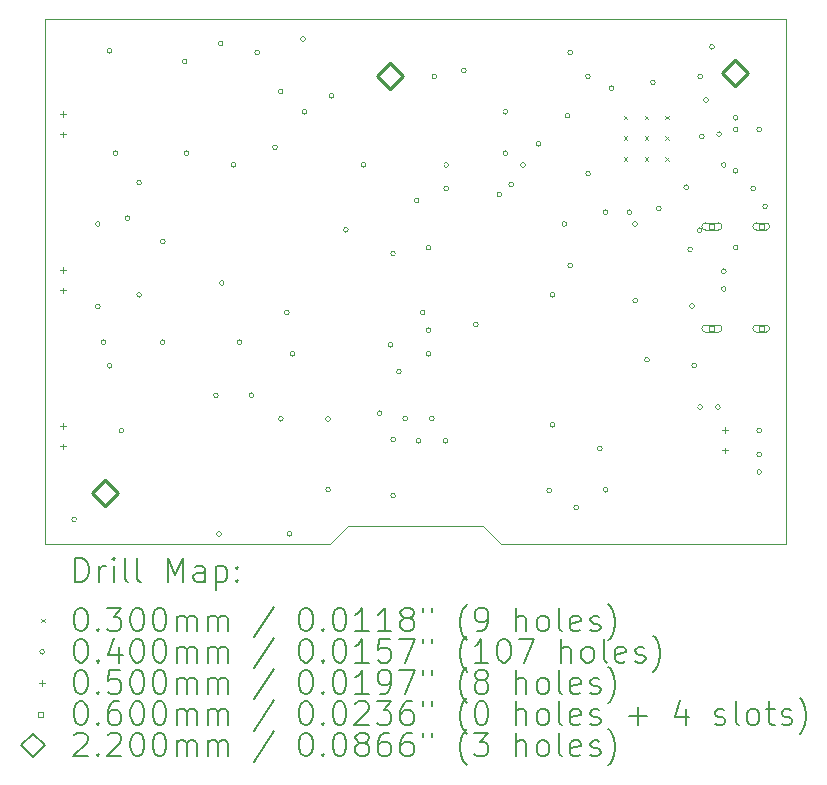
<source format=gbr>
%TF.GenerationSoftware,KiCad,Pcbnew,7.0.9*%
%TF.CreationDate,2024-04-18T22:59:20+03:00*%
%TF.ProjectId,DRM_Watch_V3,44524d5f-5761-4746-9368-5f56332e6b69,rev?*%
%TF.SameCoordinates,Original*%
%TF.FileFunction,Drillmap*%
%TF.FilePolarity,Positive*%
%FSLAX45Y45*%
G04 Gerber Fmt 4.5, Leading zero omitted, Abs format (unit mm)*
G04 Created by KiCad (PCBNEW 7.0.9) date 2024-04-18 22:59:20*
%MOMM*%
%LPD*%
G01*
G04 APERTURE LIST*
%ADD10C,0.100000*%
%ADD11C,0.200000*%
%ADD12C,0.220000*%
G04 APERTURE END LIST*
D10*
X12877800Y-8763000D02*
X10464800Y-8763000D01*
X6604000Y-4318000D02*
X12877800Y-4318000D01*
X10312400Y-8610600D02*
X9169400Y-8610600D01*
X10464800Y-8763000D02*
X10312400Y-8610600D01*
X9017000Y-8763000D02*
X9169400Y-8610600D01*
X6604000Y-8763000D02*
X9017000Y-8763000D01*
X12877800Y-4318000D02*
X12877800Y-8763000D01*
X6604000Y-4318000D02*
X6604000Y-8763000D01*
D11*
D10*
X11504632Y-5133718D02*
X11534632Y-5163718D01*
X11534632Y-5133718D02*
X11504632Y-5163718D01*
X11504632Y-5308718D02*
X11534632Y-5338718D01*
X11534632Y-5308718D02*
X11504632Y-5338718D01*
X11504632Y-5483718D02*
X11534632Y-5513718D01*
X11534632Y-5483718D02*
X11504632Y-5513718D01*
X11679632Y-5133718D02*
X11709632Y-5163718D01*
X11709632Y-5133718D02*
X11679632Y-5163718D01*
X11679632Y-5308718D02*
X11709632Y-5338718D01*
X11709632Y-5308718D02*
X11679632Y-5338718D01*
X11679632Y-5483718D02*
X11709632Y-5513718D01*
X11709632Y-5483718D02*
X11679632Y-5513718D01*
X11854632Y-5133718D02*
X11884632Y-5163718D01*
X11884632Y-5133718D02*
X11854632Y-5163718D01*
X11854632Y-5308718D02*
X11884632Y-5338718D01*
X11884632Y-5308718D02*
X11854632Y-5338718D01*
X11854632Y-5483718D02*
X11884632Y-5513718D01*
X11884632Y-5483718D02*
X11854632Y-5513718D01*
X6870000Y-8550000D02*
G75*
G03*
X6870000Y-8550000I-20000J0D01*
G01*
X7070000Y-6050000D02*
G75*
G03*
X7070000Y-6050000I-20000J0D01*
G01*
X7070000Y-6750000D02*
G75*
G03*
X7070000Y-6750000I-20000J0D01*
G01*
X7120000Y-7050000D02*
G75*
G03*
X7120000Y-7050000I-20000J0D01*
G01*
X7170000Y-7250000D02*
G75*
G03*
X7170000Y-7250000I-20000J0D01*
G01*
X7170100Y-4584700D02*
G75*
G03*
X7170100Y-4584700I-20000J0D01*
G01*
X7220000Y-5450000D02*
G75*
G03*
X7220000Y-5450000I-20000J0D01*
G01*
X7270000Y-7800000D02*
G75*
G03*
X7270000Y-7800000I-20000J0D01*
G01*
X7320000Y-6000000D02*
G75*
G03*
X7320000Y-6000000I-20000J0D01*
G01*
X7420000Y-5700000D02*
G75*
G03*
X7420000Y-5700000I-20000J0D01*
G01*
X7420000Y-6650000D02*
G75*
G03*
X7420000Y-6650000I-20000J0D01*
G01*
X7620000Y-6200000D02*
G75*
G03*
X7620000Y-6200000I-20000J0D01*
G01*
X7620000Y-7050000D02*
G75*
G03*
X7620000Y-7050000I-20000J0D01*
G01*
X7805100Y-4673600D02*
G75*
G03*
X7805100Y-4673600I-20000J0D01*
G01*
X7820000Y-5450000D02*
G75*
G03*
X7820000Y-5450000I-20000J0D01*
G01*
X8070000Y-7500000D02*
G75*
G03*
X8070000Y-7500000I-20000J0D01*
G01*
X8097200Y-8674101D02*
G75*
G03*
X8097200Y-8674101I-20000J0D01*
G01*
X8109900Y-4521200D02*
G75*
G03*
X8109900Y-4521200I-20000J0D01*
G01*
X8120000Y-6550000D02*
G75*
G03*
X8120000Y-6550000I-20000J0D01*
G01*
X8220000Y-5550000D02*
G75*
G03*
X8220000Y-5550000I-20000J0D01*
G01*
X8270000Y-7050000D02*
G75*
G03*
X8270000Y-7050000I-20000J0D01*
G01*
X8370000Y-7500000D02*
G75*
G03*
X8370000Y-7500000I-20000J0D01*
G01*
X8420000Y-4600000D02*
G75*
G03*
X8420000Y-4600000I-20000J0D01*
G01*
X8570000Y-5400000D02*
G75*
G03*
X8570000Y-5400000I-20000J0D01*
G01*
X8617900Y-4927600D02*
G75*
G03*
X8617900Y-4927600I-20000J0D01*
G01*
X8620000Y-7700000D02*
G75*
G03*
X8620000Y-7700000I-20000J0D01*
G01*
X8670000Y-6800000D02*
G75*
G03*
X8670000Y-6800000I-20000J0D01*
G01*
X8694100Y-8674099D02*
G75*
G03*
X8694100Y-8674099I-20000J0D01*
G01*
X8720000Y-7150000D02*
G75*
G03*
X8720000Y-7150000I-20000J0D01*
G01*
X8808400Y-4483100D02*
G75*
G03*
X8808400Y-4483100I-20000J0D01*
G01*
X8820000Y-5100000D02*
G75*
G03*
X8820000Y-5100000I-20000J0D01*
G01*
X9020000Y-7700000D02*
G75*
G03*
X9020000Y-7700000I-20000J0D01*
G01*
X9020000Y-8300000D02*
G75*
G03*
X9020000Y-8300000I-20000J0D01*
G01*
X9049700Y-4965700D02*
G75*
G03*
X9049700Y-4965700I-20000J0D01*
G01*
X9170000Y-6100000D02*
G75*
G03*
X9170000Y-6100000I-20000J0D01*
G01*
X9320000Y-5550000D02*
G75*
G03*
X9320000Y-5550000I-20000J0D01*
G01*
X9456100Y-7653050D02*
G75*
G03*
X9456100Y-7653050I-20000J0D01*
G01*
X9549064Y-7074241D02*
G75*
G03*
X9549064Y-7074241I-20000J0D01*
G01*
X9570000Y-6300000D02*
G75*
G03*
X9570000Y-6300000I-20000J0D01*
G01*
X9570000Y-8350000D02*
G75*
G03*
X9570000Y-8350000I-20000J0D01*
G01*
X9570399Y-7874000D02*
G75*
G03*
X9570399Y-7874000I-20000J0D01*
G01*
X9620000Y-7300000D02*
G75*
G03*
X9620000Y-7300000I-20000J0D01*
G01*
X9672000Y-7696200D02*
G75*
G03*
X9672000Y-7696200I-20000J0D01*
G01*
X9770000Y-5850000D02*
G75*
G03*
X9770000Y-5850000I-20000J0D01*
G01*
X9786300Y-7886701D02*
G75*
G03*
X9786300Y-7886701I-20000J0D01*
G01*
X9820000Y-6800000D02*
G75*
G03*
X9820000Y-6800000I-20000J0D01*
G01*
X9870000Y-6250000D02*
G75*
G03*
X9870000Y-6250000I-20000J0D01*
G01*
X9870000Y-6950000D02*
G75*
G03*
X9870000Y-6950000I-20000J0D01*
G01*
X9870000Y-7150000D02*
G75*
G03*
X9870000Y-7150000I-20000J0D01*
G01*
X9898600Y-7698200D02*
G75*
G03*
X9898600Y-7698200I-20000J0D01*
G01*
X9920000Y-4800000D02*
G75*
G03*
X9920000Y-4800000I-20000J0D01*
G01*
X10014900Y-7886700D02*
G75*
G03*
X10014900Y-7886700I-20000J0D01*
G01*
X10020000Y-5550000D02*
G75*
G03*
X10020000Y-5550000I-20000J0D01*
G01*
X10020000Y-5750000D02*
G75*
G03*
X10020000Y-5750000I-20000J0D01*
G01*
X10170000Y-4750000D02*
G75*
G03*
X10170000Y-4750000I-20000J0D01*
G01*
X10270000Y-6900000D02*
G75*
G03*
X10270000Y-6900000I-20000J0D01*
G01*
X10470001Y-5800000D02*
G75*
G03*
X10470001Y-5800000I-20000J0D01*
G01*
X10520000Y-5100000D02*
G75*
G03*
X10520000Y-5100000I-20000J0D01*
G01*
X10520000Y-5450000D02*
G75*
G03*
X10520000Y-5450000I-20000J0D01*
G01*
X10570000Y-5717500D02*
G75*
G03*
X10570000Y-5717500I-20000J0D01*
G01*
X10670000Y-5550000D02*
G75*
G03*
X10670000Y-5550000I-20000J0D01*
G01*
X10802500Y-5371218D02*
G75*
G03*
X10802500Y-5371218I-20000J0D01*
G01*
X10891200Y-8305800D02*
G75*
G03*
X10891200Y-8305800I-20000J0D01*
G01*
X10920000Y-6650000D02*
G75*
G03*
X10920000Y-6650000I-20000J0D01*
G01*
X10920000Y-7750000D02*
G75*
G03*
X10920000Y-7750000I-20000J0D01*
G01*
X11020000Y-6050000D02*
G75*
G03*
X11020000Y-6050000I-20000J0D01*
G01*
X11046925Y-5132187D02*
G75*
G03*
X11046925Y-5132187I-20000J0D01*
G01*
X11070000Y-4600000D02*
G75*
G03*
X11070000Y-4600000I-20000J0D01*
G01*
X11070000Y-6400000D02*
G75*
G03*
X11070000Y-6400000I-20000J0D01*
G01*
X11120000Y-8450000D02*
G75*
G03*
X11120000Y-8450000I-20000J0D01*
G01*
X11220000Y-4800000D02*
G75*
G03*
X11220000Y-4800000I-20000J0D01*
G01*
X11220880Y-5624281D02*
G75*
G03*
X11220880Y-5624281I-20000J0D01*
G01*
X11320000Y-7950000D02*
G75*
G03*
X11320000Y-7950000I-20000J0D01*
G01*
X11370000Y-5950000D02*
G75*
G03*
X11370000Y-5950000I-20000J0D01*
G01*
X11370000Y-8300000D02*
G75*
G03*
X11370000Y-8300000I-20000J0D01*
G01*
X11419998Y-4900000D02*
G75*
G03*
X11419998Y-4900000I-20000J0D01*
G01*
X11570000Y-5950006D02*
G75*
G03*
X11570000Y-5950006I-20000J0D01*
G01*
X11617679Y-6049874D02*
G75*
G03*
X11617679Y-6049874I-20000J0D01*
G01*
X11620000Y-6700000D02*
G75*
G03*
X11620000Y-6700000I-20000J0D01*
G01*
X11720000Y-7200000D02*
G75*
G03*
X11720000Y-7200000I-20000J0D01*
G01*
X11770000Y-4850000D02*
G75*
G03*
X11770000Y-4850000I-20000J0D01*
G01*
X11819258Y-5919309D02*
G75*
G03*
X11819258Y-5919309I-20000J0D01*
G01*
X12052132Y-5738518D02*
G75*
G03*
X12052132Y-5738518I-20000J0D01*
G01*
X12085070Y-6264951D02*
G75*
G03*
X12085070Y-6264951I-20000J0D01*
G01*
X12100425Y-6743464D02*
G75*
G03*
X12100425Y-6743464I-20000J0D01*
G01*
X12120000Y-7250000D02*
G75*
G03*
X12120000Y-7250000I-20000J0D01*
G01*
X12166304Y-6102691D02*
G75*
G03*
X12166304Y-6102691I-20000J0D01*
G01*
X12170000Y-4800000D02*
G75*
G03*
X12170000Y-4800000I-20000J0D01*
G01*
X12170000Y-7600000D02*
G75*
G03*
X12170000Y-7600000I-20000J0D01*
G01*
X12183159Y-5308618D02*
G75*
G03*
X12183159Y-5308618I-20000J0D01*
G01*
X12220000Y-5000000D02*
G75*
G03*
X12220000Y-5000000I-20000J0D01*
G01*
X12270000Y-4550000D02*
G75*
G03*
X12270000Y-4550000I-20000J0D01*
G01*
X12320000Y-7600000D02*
G75*
G03*
X12320000Y-7600000I-20000J0D01*
G01*
X12330607Y-5289394D02*
G75*
G03*
X12330607Y-5289394I-20000J0D01*
G01*
X12370000Y-5550000D02*
G75*
G03*
X12370000Y-5550000I-20000J0D01*
G01*
X12370000Y-6450000D02*
G75*
G03*
X12370000Y-6450000I-20000J0D01*
G01*
X12370000Y-6600000D02*
G75*
G03*
X12370000Y-6600000I-20000J0D01*
G01*
X12470000Y-5150000D02*
G75*
G03*
X12470000Y-5150000I-20000J0D01*
G01*
X12470000Y-5250000D02*
G75*
G03*
X12470000Y-5250000I-20000J0D01*
G01*
X12470000Y-5600000D02*
G75*
G03*
X12470000Y-5600000I-20000J0D01*
G01*
X12470000Y-6250000D02*
G75*
G03*
X12470000Y-6250000I-20000J0D01*
G01*
X12620000Y-5750000D02*
G75*
G03*
X12620000Y-5750000I-20000J0D01*
G01*
X12670000Y-5250000D02*
G75*
G03*
X12670000Y-5250000I-20000J0D01*
G01*
X12670000Y-7800000D02*
G75*
G03*
X12670000Y-7800000I-20000J0D01*
G01*
X12670000Y-8000000D02*
G75*
G03*
X12670000Y-8000000I-20000J0D01*
G01*
X12670000Y-8150000D02*
G75*
G03*
X12670000Y-8150000I-20000J0D01*
G01*
X12720000Y-5900000D02*
G75*
G03*
X12720000Y-5900000I-20000J0D01*
G01*
X6751800Y-5097000D02*
X6751800Y-5147000D01*
X6726800Y-5122000D02*
X6776800Y-5122000D01*
X6751800Y-5267000D02*
X6751800Y-5317000D01*
X6726800Y-5292000D02*
X6776800Y-5292000D01*
X6751800Y-6417800D02*
X6751800Y-6467800D01*
X6726800Y-6442800D02*
X6776800Y-6442800D01*
X6751800Y-6587800D02*
X6751800Y-6637800D01*
X6726800Y-6612800D02*
X6776800Y-6612800D01*
X6751800Y-7738600D02*
X6751800Y-7788600D01*
X6726800Y-7763600D02*
X6776800Y-7763600D01*
X6751800Y-7908600D02*
X6751800Y-7958600D01*
X6726800Y-7933600D02*
X6776800Y-7933600D01*
X12363700Y-7772800D02*
X12363700Y-7822800D01*
X12338700Y-7797800D02*
X12388700Y-7797800D01*
X12363700Y-7942800D02*
X12363700Y-7992800D01*
X12338700Y-7967800D02*
X12388700Y-7967800D01*
X12271213Y-6091813D02*
X12271213Y-6049387D01*
X12228787Y-6049387D01*
X12228787Y-6091813D01*
X12271213Y-6091813D01*
X12195000Y-6100600D02*
X12305000Y-6100600D01*
X12305000Y-6100600D02*
G75*
G03*
X12305000Y-6040600I0J30000D01*
G01*
X12305000Y-6040600D02*
X12195000Y-6040600D01*
X12195000Y-6040600D02*
G75*
G03*
X12195000Y-6100600I0J-30000D01*
G01*
X12271213Y-6956813D02*
X12271213Y-6914387D01*
X12228787Y-6914387D01*
X12228787Y-6956813D01*
X12271213Y-6956813D01*
X12195000Y-6965600D02*
X12305000Y-6965600D01*
X12305000Y-6965600D02*
G75*
G03*
X12305000Y-6905600I0J30000D01*
G01*
X12305000Y-6905600D02*
X12195000Y-6905600D01*
X12195000Y-6905600D02*
G75*
G03*
X12195000Y-6965600I0J-30000D01*
G01*
X12688213Y-6091813D02*
X12688213Y-6049387D01*
X12645787Y-6049387D01*
X12645787Y-6091813D01*
X12688213Y-6091813D01*
X12627000Y-6100600D02*
X12707000Y-6100600D01*
X12707000Y-6100600D02*
G75*
G03*
X12707000Y-6040600I0J30000D01*
G01*
X12707000Y-6040600D02*
X12627000Y-6040600D01*
X12627000Y-6040600D02*
G75*
G03*
X12627000Y-6100600I0J-30000D01*
G01*
X12688213Y-6956813D02*
X12688213Y-6914387D01*
X12645787Y-6914387D01*
X12645787Y-6956813D01*
X12688213Y-6956813D01*
X12627000Y-6965600D02*
X12707000Y-6965600D01*
X12707000Y-6965600D02*
G75*
G03*
X12707000Y-6905600I0J30000D01*
G01*
X12707000Y-6905600D02*
X12627000Y-6905600D01*
X12627000Y-6905600D02*
G75*
G03*
X12627000Y-6965600I0J-30000D01*
G01*
D12*
X7112000Y-8441200D02*
X7222000Y-8331200D01*
X7112000Y-8221200D01*
X7002000Y-8331200D01*
X7112000Y-8441200D01*
X9525000Y-4910600D02*
X9635000Y-4800600D01*
X9525000Y-4690600D01*
X9415000Y-4800600D01*
X9525000Y-4910600D01*
X12446000Y-4885200D02*
X12556000Y-4775200D01*
X12446000Y-4665200D01*
X12336000Y-4775200D01*
X12446000Y-4885200D01*
D11*
X6859777Y-9079484D02*
X6859777Y-8879484D01*
X6859777Y-8879484D02*
X6907396Y-8879484D01*
X6907396Y-8879484D02*
X6935967Y-8889008D01*
X6935967Y-8889008D02*
X6955015Y-8908055D01*
X6955015Y-8908055D02*
X6964539Y-8927103D01*
X6964539Y-8927103D02*
X6974062Y-8965198D01*
X6974062Y-8965198D02*
X6974062Y-8993770D01*
X6974062Y-8993770D02*
X6964539Y-9031865D01*
X6964539Y-9031865D02*
X6955015Y-9050912D01*
X6955015Y-9050912D02*
X6935967Y-9069960D01*
X6935967Y-9069960D02*
X6907396Y-9079484D01*
X6907396Y-9079484D02*
X6859777Y-9079484D01*
X7059777Y-9079484D02*
X7059777Y-8946150D01*
X7059777Y-8984246D02*
X7069301Y-8965198D01*
X7069301Y-8965198D02*
X7078824Y-8955674D01*
X7078824Y-8955674D02*
X7097872Y-8946150D01*
X7097872Y-8946150D02*
X7116920Y-8946150D01*
X7183586Y-9079484D02*
X7183586Y-8946150D01*
X7183586Y-8879484D02*
X7174062Y-8889008D01*
X7174062Y-8889008D02*
X7183586Y-8898531D01*
X7183586Y-8898531D02*
X7193110Y-8889008D01*
X7193110Y-8889008D02*
X7183586Y-8879484D01*
X7183586Y-8879484D02*
X7183586Y-8898531D01*
X7307396Y-9079484D02*
X7288348Y-9069960D01*
X7288348Y-9069960D02*
X7278824Y-9050912D01*
X7278824Y-9050912D02*
X7278824Y-8879484D01*
X7412158Y-9079484D02*
X7393110Y-9069960D01*
X7393110Y-9069960D02*
X7383586Y-9050912D01*
X7383586Y-9050912D02*
X7383586Y-8879484D01*
X7640729Y-9079484D02*
X7640729Y-8879484D01*
X7640729Y-8879484D02*
X7707396Y-9022341D01*
X7707396Y-9022341D02*
X7774062Y-8879484D01*
X7774062Y-8879484D02*
X7774062Y-9079484D01*
X7955015Y-9079484D02*
X7955015Y-8974722D01*
X7955015Y-8974722D02*
X7945491Y-8955674D01*
X7945491Y-8955674D02*
X7926443Y-8946150D01*
X7926443Y-8946150D02*
X7888348Y-8946150D01*
X7888348Y-8946150D02*
X7869301Y-8955674D01*
X7955015Y-9069960D02*
X7935967Y-9079484D01*
X7935967Y-9079484D02*
X7888348Y-9079484D01*
X7888348Y-9079484D02*
X7869301Y-9069960D01*
X7869301Y-9069960D02*
X7859777Y-9050912D01*
X7859777Y-9050912D02*
X7859777Y-9031865D01*
X7859777Y-9031865D02*
X7869301Y-9012817D01*
X7869301Y-9012817D02*
X7888348Y-9003293D01*
X7888348Y-9003293D02*
X7935967Y-9003293D01*
X7935967Y-9003293D02*
X7955015Y-8993770D01*
X8050253Y-8946150D02*
X8050253Y-9146150D01*
X8050253Y-8955674D02*
X8069301Y-8946150D01*
X8069301Y-8946150D02*
X8107396Y-8946150D01*
X8107396Y-8946150D02*
X8126443Y-8955674D01*
X8126443Y-8955674D02*
X8135967Y-8965198D01*
X8135967Y-8965198D02*
X8145491Y-8984246D01*
X8145491Y-8984246D02*
X8145491Y-9041389D01*
X8145491Y-9041389D02*
X8135967Y-9060436D01*
X8135967Y-9060436D02*
X8126443Y-9069960D01*
X8126443Y-9069960D02*
X8107396Y-9079484D01*
X8107396Y-9079484D02*
X8069301Y-9079484D01*
X8069301Y-9079484D02*
X8050253Y-9069960D01*
X8231205Y-9060436D02*
X8240729Y-9069960D01*
X8240729Y-9069960D02*
X8231205Y-9079484D01*
X8231205Y-9079484D02*
X8221682Y-9069960D01*
X8221682Y-9069960D02*
X8231205Y-9060436D01*
X8231205Y-9060436D02*
X8231205Y-9079484D01*
X8231205Y-8955674D02*
X8240729Y-8965198D01*
X8240729Y-8965198D02*
X8231205Y-8974722D01*
X8231205Y-8974722D02*
X8221682Y-8965198D01*
X8221682Y-8965198D02*
X8231205Y-8955674D01*
X8231205Y-8955674D02*
X8231205Y-8974722D01*
D10*
X6569000Y-9393000D02*
X6599000Y-9423000D01*
X6599000Y-9393000D02*
X6569000Y-9423000D01*
D11*
X6897872Y-9299484D02*
X6916920Y-9299484D01*
X6916920Y-9299484D02*
X6935967Y-9309008D01*
X6935967Y-9309008D02*
X6945491Y-9318531D01*
X6945491Y-9318531D02*
X6955015Y-9337579D01*
X6955015Y-9337579D02*
X6964539Y-9375674D01*
X6964539Y-9375674D02*
X6964539Y-9423293D01*
X6964539Y-9423293D02*
X6955015Y-9461389D01*
X6955015Y-9461389D02*
X6945491Y-9480436D01*
X6945491Y-9480436D02*
X6935967Y-9489960D01*
X6935967Y-9489960D02*
X6916920Y-9499484D01*
X6916920Y-9499484D02*
X6897872Y-9499484D01*
X6897872Y-9499484D02*
X6878824Y-9489960D01*
X6878824Y-9489960D02*
X6869301Y-9480436D01*
X6869301Y-9480436D02*
X6859777Y-9461389D01*
X6859777Y-9461389D02*
X6850253Y-9423293D01*
X6850253Y-9423293D02*
X6850253Y-9375674D01*
X6850253Y-9375674D02*
X6859777Y-9337579D01*
X6859777Y-9337579D02*
X6869301Y-9318531D01*
X6869301Y-9318531D02*
X6878824Y-9309008D01*
X6878824Y-9309008D02*
X6897872Y-9299484D01*
X7050253Y-9480436D02*
X7059777Y-9489960D01*
X7059777Y-9489960D02*
X7050253Y-9499484D01*
X7050253Y-9499484D02*
X7040729Y-9489960D01*
X7040729Y-9489960D02*
X7050253Y-9480436D01*
X7050253Y-9480436D02*
X7050253Y-9499484D01*
X7126443Y-9299484D02*
X7250253Y-9299484D01*
X7250253Y-9299484D02*
X7183586Y-9375674D01*
X7183586Y-9375674D02*
X7212158Y-9375674D01*
X7212158Y-9375674D02*
X7231205Y-9385198D01*
X7231205Y-9385198D02*
X7240729Y-9394722D01*
X7240729Y-9394722D02*
X7250253Y-9413770D01*
X7250253Y-9413770D02*
X7250253Y-9461389D01*
X7250253Y-9461389D02*
X7240729Y-9480436D01*
X7240729Y-9480436D02*
X7231205Y-9489960D01*
X7231205Y-9489960D02*
X7212158Y-9499484D01*
X7212158Y-9499484D02*
X7155015Y-9499484D01*
X7155015Y-9499484D02*
X7135967Y-9489960D01*
X7135967Y-9489960D02*
X7126443Y-9480436D01*
X7374062Y-9299484D02*
X7393110Y-9299484D01*
X7393110Y-9299484D02*
X7412158Y-9309008D01*
X7412158Y-9309008D02*
X7421682Y-9318531D01*
X7421682Y-9318531D02*
X7431205Y-9337579D01*
X7431205Y-9337579D02*
X7440729Y-9375674D01*
X7440729Y-9375674D02*
X7440729Y-9423293D01*
X7440729Y-9423293D02*
X7431205Y-9461389D01*
X7431205Y-9461389D02*
X7421682Y-9480436D01*
X7421682Y-9480436D02*
X7412158Y-9489960D01*
X7412158Y-9489960D02*
X7393110Y-9499484D01*
X7393110Y-9499484D02*
X7374062Y-9499484D01*
X7374062Y-9499484D02*
X7355015Y-9489960D01*
X7355015Y-9489960D02*
X7345491Y-9480436D01*
X7345491Y-9480436D02*
X7335967Y-9461389D01*
X7335967Y-9461389D02*
X7326443Y-9423293D01*
X7326443Y-9423293D02*
X7326443Y-9375674D01*
X7326443Y-9375674D02*
X7335967Y-9337579D01*
X7335967Y-9337579D02*
X7345491Y-9318531D01*
X7345491Y-9318531D02*
X7355015Y-9309008D01*
X7355015Y-9309008D02*
X7374062Y-9299484D01*
X7564539Y-9299484D02*
X7583586Y-9299484D01*
X7583586Y-9299484D02*
X7602634Y-9309008D01*
X7602634Y-9309008D02*
X7612158Y-9318531D01*
X7612158Y-9318531D02*
X7621682Y-9337579D01*
X7621682Y-9337579D02*
X7631205Y-9375674D01*
X7631205Y-9375674D02*
X7631205Y-9423293D01*
X7631205Y-9423293D02*
X7621682Y-9461389D01*
X7621682Y-9461389D02*
X7612158Y-9480436D01*
X7612158Y-9480436D02*
X7602634Y-9489960D01*
X7602634Y-9489960D02*
X7583586Y-9499484D01*
X7583586Y-9499484D02*
X7564539Y-9499484D01*
X7564539Y-9499484D02*
X7545491Y-9489960D01*
X7545491Y-9489960D02*
X7535967Y-9480436D01*
X7535967Y-9480436D02*
X7526443Y-9461389D01*
X7526443Y-9461389D02*
X7516920Y-9423293D01*
X7516920Y-9423293D02*
X7516920Y-9375674D01*
X7516920Y-9375674D02*
X7526443Y-9337579D01*
X7526443Y-9337579D02*
X7535967Y-9318531D01*
X7535967Y-9318531D02*
X7545491Y-9309008D01*
X7545491Y-9309008D02*
X7564539Y-9299484D01*
X7716920Y-9499484D02*
X7716920Y-9366150D01*
X7716920Y-9385198D02*
X7726443Y-9375674D01*
X7726443Y-9375674D02*
X7745491Y-9366150D01*
X7745491Y-9366150D02*
X7774063Y-9366150D01*
X7774063Y-9366150D02*
X7793110Y-9375674D01*
X7793110Y-9375674D02*
X7802634Y-9394722D01*
X7802634Y-9394722D02*
X7802634Y-9499484D01*
X7802634Y-9394722D02*
X7812158Y-9375674D01*
X7812158Y-9375674D02*
X7831205Y-9366150D01*
X7831205Y-9366150D02*
X7859777Y-9366150D01*
X7859777Y-9366150D02*
X7878824Y-9375674D01*
X7878824Y-9375674D02*
X7888348Y-9394722D01*
X7888348Y-9394722D02*
X7888348Y-9499484D01*
X7983586Y-9499484D02*
X7983586Y-9366150D01*
X7983586Y-9385198D02*
X7993110Y-9375674D01*
X7993110Y-9375674D02*
X8012158Y-9366150D01*
X8012158Y-9366150D02*
X8040729Y-9366150D01*
X8040729Y-9366150D02*
X8059777Y-9375674D01*
X8059777Y-9375674D02*
X8069301Y-9394722D01*
X8069301Y-9394722D02*
X8069301Y-9499484D01*
X8069301Y-9394722D02*
X8078824Y-9375674D01*
X8078824Y-9375674D02*
X8097872Y-9366150D01*
X8097872Y-9366150D02*
X8126443Y-9366150D01*
X8126443Y-9366150D02*
X8145491Y-9375674D01*
X8145491Y-9375674D02*
X8155015Y-9394722D01*
X8155015Y-9394722D02*
X8155015Y-9499484D01*
X8545491Y-9289960D02*
X8374063Y-9547103D01*
X8802634Y-9299484D02*
X8821682Y-9299484D01*
X8821682Y-9299484D02*
X8840729Y-9309008D01*
X8840729Y-9309008D02*
X8850253Y-9318531D01*
X8850253Y-9318531D02*
X8859777Y-9337579D01*
X8859777Y-9337579D02*
X8869301Y-9375674D01*
X8869301Y-9375674D02*
X8869301Y-9423293D01*
X8869301Y-9423293D02*
X8859777Y-9461389D01*
X8859777Y-9461389D02*
X8850253Y-9480436D01*
X8850253Y-9480436D02*
X8840729Y-9489960D01*
X8840729Y-9489960D02*
X8821682Y-9499484D01*
X8821682Y-9499484D02*
X8802634Y-9499484D01*
X8802634Y-9499484D02*
X8783587Y-9489960D01*
X8783587Y-9489960D02*
X8774063Y-9480436D01*
X8774063Y-9480436D02*
X8764539Y-9461389D01*
X8764539Y-9461389D02*
X8755015Y-9423293D01*
X8755015Y-9423293D02*
X8755015Y-9375674D01*
X8755015Y-9375674D02*
X8764539Y-9337579D01*
X8764539Y-9337579D02*
X8774063Y-9318531D01*
X8774063Y-9318531D02*
X8783587Y-9309008D01*
X8783587Y-9309008D02*
X8802634Y-9299484D01*
X8955015Y-9480436D02*
X8964539Y-9489960D01*
X8964539Y-9489960D02*
X8955015Y-9499484D01*
X8955015Y-9499484D02*
X8945491Y-9489960D01*
X8945491Y-9489960D02*
X8955015Y-9480436D01*
X8955015Y-9480436D02*
X8955015Y-9499484D01*
X9088348Y-9299484D02*
X9107396Y-9299484D01*
X9107396Y-9299484D02*
X9126444Y-9309008D01*
X9126444Y-9309008D02*
X9135968Y-9318531D01*
X9135968Y-9318531D02*
X9145491Y-9337579D01*
X9145491Y-9337579D02*
X9155015Y-9375674D01*
X9155015Y-9375674D02*
X9155015Y-9423293D01*
X9155015Y-9423293D02*
X9145491Y-9461389D01*
X9145491Y-9461389D02*
X9135968Y-9480436D01*
X9135968Y-9480436D02*
X9126444Y-9489960D01*
X9126444Y-9489960D02*
X9107396Y-9499484D01*
X9107396Y-9499484D02*
X9088348Y-9499484D01*
X9088348Y-9499484D02*
X9069301Y-9489960D01*
X9069301Y-9489960D02*
X9059777Y-9480436D01*
X9059777Y-9480436D02*
X9050253Y-9461389D01*
X9050253Y-9461389D02*
X9040729Y-9423293D01*
X9040729Y-9423293D02*
X9040729Y-9375674D01*
X9040729Y-9375674D02*
X9050253Y-9337579D01*
X9050253Y-9337579D02*
X9059777Y-9318531D01*
X9059777Y-9318531D02*
X9069301Y-9309008D01*
X9069301Y-9309008D02*
X9088348Y-9299484D01*
X9345491Y-9499484D02*
X9231206Y-9499484D01*
X9288348Y-9499484D02*
X9288348Y-9299484D01*
X9288348Y-9299484D02*
X9269301Y-9328055D01*
X9269301Y-9328055D02*
X9250253Y-9347103D01*
X9250253Y-9347103D02*
X9231206Y-9356627D01*
X9535968Y-9499484D02*
X9421682Y-9499484D01*
X9478825Y-9499484D02*
X9478825Y-9299484D01*
X9478825Y-9299484D02*
X9459777Y-9328055D01*
X9459777Y-9328055D02*
X9440729Y-9347103D01*
X9440729Y-9347103D02*
X9421682Y-9356627D01*
X9650253Y-9385198D02*
X9631206Y-9375674D01*
X9631206Y-9375674D02*
X9621682Y-9366150D01*
X9621682Y-9366150D02*
X9612158Y-9347103D01*
X9612158Y-9347103D02*
X9612158Y-9337579D01*
X9612158Y-9337579D02*
X9621682Y-9318531D01*
X9621682Y-9318531D02*
X9631206Y-9309008D01*
X9631206Y-9309008D02*
X9650253Y-9299484D01*
X9650253Y-9299484D02*
X9688349Y-9299484D01*
X9688349Y-9299484D02*
X9707396Y-9309008D01*
X9707396Y-9309008D02*
X9716920Y-9318531D01*
X9716920Y-9318531D02*
X9726444Y-9337579D01*
X9726444Y-9337579D02*
X9726444Y-9347103D01*
X9726444Y-9347103D02*
X9716920Y-9366150D01*
X9716920Y-9366150D02*
X9707396Y-9375674D01*
X9707396Y-9375674D02*
X9688349Y-9385198D01*
X9688349Y-9385198D02*
X9650253Y-9385198D01*
X9650253Y-9385198D02*
X9631206Y-9394722D01*
X9631206Y-9394722D02*
X9621682Y-9404246D01*
X9621682Y-9404246D02*
X9612158Y-9423293D01*
X9612158Y-9423293D02*
X9612158Y-9461389D01*
X9612158Y-9461389D02*
X9621682Y-9480436D01*
X9621682Y-9480436D02*
X9631206Y-9489960D01*
X9631206Y-9489960D02*
X9650253Y-9499484D01*
X9650253Y-9499484D02*
X9688349Y-9499484D01*
X9688349Y-9499484D02*
X9707396Y-9489960D01*
X9707396Y-9489960D02*
X9716920Y-9480436D01*
X9716920Y-9480436D02*
X9726444Y-9461389D01*
X9726444Y-9461389D02*
X9726444Y-9423293D01*
X9726444Y-9423293D02*
X9716920Y-9404246D01*
X9716920Y-9404246D02*
X9707396Y-9394722D01*
X9707396Y-9394722D02*
X9688349Y-9385198D01*
X9802634Y-9299484D02*
X9802634Y-9337579D01*
X9878825Y-9299484D02*
X9878825Y-9337579D01*
X10174063Y-9575674D02*
X10164539Y-9566150D01*
X10164539Y-9566150D02*
X10145491Y-9537579D01*
X10145491Y-9537579D02*
X10135968Y-9518531D01*
X10135968Y-9518531D02*
X10126444Y-9489960D01*
X10126444Y-9489960D02*
X10116920Y-9442341D01*
X10116920Y-9442341D02*
X10116920Y-9404246D01*
X10116920Y-9404246D02*
X10126444Y-9356627D01*
X10126444Y-9356627D02*
X10135968Y-9328055D01*
X10135968Y-9328055D02*
X10145491Y-9309008D01*
X10145491Y-9309008D02*
X10164539Y-9280436D01*
X10164539Y-9280436D02*
X10174063Y-9270912D01*
X10259777Y-9499484D02*
X10297872Y-9499484D01*
X10297872Y-9499484D02*
X10316920Y-9489960D01*
X10316920Y-9489960D02*
X10326444Y-9480436D01*
X10326444Y-9480436D02*
X10345491Y-9451865D01*
X10345491Y-9451865D02*
X10355015Y-9413770D01*
X10355015Y-9413770D02*
X10355015Y-9337579D01*
X10355015Y-9337579D02*
X10345491Y-9318531D01*
X10345491Y-9318531D02*
X10335968Y-9309008D01*
X10335968Y-9309008D02*
X10316920Y-9299484D01*
X10316920Y-9299484D02*
X10278825Y-9299484D01*
X10278825Y-9299484D02*
X10259777Y-9309008D01*
X10259777Y-9309008D02*
X10250253Y-9318531D01*
X10250253Y-9318531D02*
X10240730Y-9337579D01*
X10240730Y-9337579D02*
X10240730Y-9385198D01*
X10240730Y-9385198D02*
X10250253Y-9404246D01*
X10250253Y-9404246D02*
X10259777Y-9413770D01*
X10259777Y-9413770D02*
X10278825Y-9423293D01*
X10278825Y-9423293D02*
X10316920Y-9423293D01*
X10316920Y-9423293D02*
X10335968Y-9413770D01*
X10335968Y-9413770D02*
X10345491Y-9404246D01*
X10345491Y-9404246D02*
X10355015Y-9385198D01*
X10593111Y-9499484D02*
X10593111Y-9299484D01*
X10678825Y-9499484D02*
X10678825Y-9394722D01*
X10678825Y-9394722D02*
X10669301Y-9375674D01*
X10669301Y-9375674D02*
X10650253Y-9366150D01*
X10650253Y-9366150D02*
X10621682Y-9366150D01*
X10621682Y-9366150D02*
X10602634Y-9375674D01*
X10602634Y-9375674D02*
X10593111Y-9385198D01*
X10802634Y-9499484D02*
X10783587Y-9489960D01*
X10783587Y-9489960D02*
X10774063Y-9480436D01*
X10774063Y-9480436D02*
X10764539Y-9461389D01*
X10764539Y-9461389D02*
X10764539Y-9404246D01*
X10764539Y-9404246D02*
X10774063Y-9385198D01*
X10774063Y-9385198D02*
X10783587Y-9375674D01*
X10783587Y-9375674D02*
X10802634Y-9366150D01*
X10802634Y-9366150D02*
X10831206Y-9366150D01*
X10831206Y-9366150D02*
X10850253Y-9375674D01*
X10850253Y-9375674D02*
X10859777Y-9385198D01*
X10859777Y-9385198D02*
X10869301Y-9404246D01*
X10869301Y-9404246D02*
X10869301Y-9461389D01*
X10869301Y-9461389D02*
X10859777Y-9480436D01*
X10859777Y-9480436D02*
X10850253Y-9489960D01*
X10850253Y-9489960D02*
X10831206Y-9499484D01*
X10831206Y-9499484D02*
X10802634Y-9499484D01*
X10983587Y-9499484D02*
X10964539Y-9489960D01*
X10964539Y-9489960D02*
X10955015Y-9470912D01*
X10955015Y-9470912D02*
X10955015Y-9299484D01*
X11135968Y-9489960D02*
X11116920Y-9499484D01*
X11116920Y-9499484D02*
X11078825Y-9499484D01*
X11078825Y-9499484D02*
X11059777Y-9489960D01*
X11059777Y-9489960D02*
X11050253Y-9470912D01*
X11050253Y-9470912D02*
X11050253Y-9394722D01*
X11050253Y-9394722D02*
X11059777Y-9375674D01*
X11059777Y-9375674D02*
X11078825Y-9366150D01*
X11078825Y-9366150D02*
X11116920Y-9366150D01*
X11116920Y-9366150D02*
X11135968Y-9375674D01*
X11135968Y-9375674D02*
X11145492Y-9394722D01*
X11145492Y-9394722D02*
X11145492Y-9413770D01*
X11145492Y-9413770D02*
X11050253Y-9432817D01*
X11221682Y-9489960D02*
X11240730Y-9499484D01*
X11240730Y-9499484D02*
X11278825Y-9499484D01*
X11278825Y-9499484D02*
X11297872Y-9489960D01*
X11297872Y-9489960D02*
X11307396Y-9470912D01*
X11307396Y-9470912D02*
X11307396Y-9461389D01*
X11307396Y-9461389D02*
X11297872Y-9442341D01*
X11297872Y-9442341D02*
X11278825Y-9432817D01*
X11278825Y-9432817D02*
X11250253Y-9432817D01*
X11250253Y-9432817D02*
X11231206Y-9423293D01*
X11231206Y-9423293D02*
X11221682Y-9404246D01*
X11221682Y-9404246D02*
X11221682Y-9394722D01*
X11221682Y-9394722D02*
X11231206Y-9375674D01*
X11231206Y-9375674D02*
X11250253Y-9366150D01*
X11250253Y-9366150D02*
X11278825Y-9366150D01*
X11278825Y-9366150D02*
X11297872Y-9375674D01*
X11374063Y-9575674D02*
X11383587Y-9566150D01*
X11383587Y-9566150D02*
X11402634Y-9537579D01*
X11402634Y-9537579D02*
X11412158Y-9518531D01*
X11412158Y-9518531D02*
X11421682Y-9489960D01*
X11421682Y-9489960D02*
X11431206Y-9442341D01*
X11431206Y-9442341D02*
X11431206Y-9404246D01*
X11431206Y-9404246D02*
X11421682Y-9356627D01*
X11421682Y-9356627D02*
X11412158Y-9328055D01*
X11412158Y-9328055D02*
X11402634Y-9309008D01*
X11402634Y-9309008D02*
X11383587Y-9280436D01*
X11383587Y-9280436D02*
X11374063Y-9270912D01*
D10*
X6599000Y-9672000D02*
G75*
G03*
X6599000Y-9672000I-20000J0D01*
G01*
D11*
X6897872Y-9563484D02*
X6916920Y-9563484D01*
X6916920Y-9563484D02*
X6935967Y-9573008D01*
X6935967Y-9573008D02*
X6945491Y-9582531D01*
X6945491Y-9582531D02*
X6955015Y-9601579D01*
X6955015Y-9601579D02*
X6964539Y-9639674D01*
X6964539Y-9639674D02*
X6964539Y-9687293D01*
X6964539Y-9687293D02*
X6955015Y-9725389D01*
X6955015Y-9725389D02*
X6945491Y-9744436D01*
X6945491Y-9744436D02*
X6935967Y-9753960D01*
X6935967Y-9753960D02*
X6916920Y-9763484D01*
X6916920Y-9763484D02*
X6897872Y-9763484D01*
X6897872Y-9763484D02*
X6878824Y-9753960D01*
X6878824Y-9753960D02*
X6869301Y-9744436D01*
X6869301Y-9744436D02*
X6859777Y-9725389D01*
X6859777Y-9725389D02*
X6850253Y-9687293D01*
X6850253Y-9687293D02*
X6850253Y-9639674D01*
X6850253Y-9639674D02*
X6859777Y-9601579D01*
X6859777Y-9601579D02*
X6869301Y-9582531D01*
X6869301Y-9582531D02*
X6878824Y-9573008D01*
X6878824Y-9573008D02*
X6897872Y-9563484D01*
X7050253Y-9744436D02*
X7059777Y-9753960D01*
X7059777Y-9753960D02*
X7050253Y-9763484D01*
X7050253Y-9763484D02*
X7040729Y-9753960D01*
X7040729Y-9753960D02*
X7050253Y-9744436D01*
X7050253Y-9744436D02*
X7050253Y-9763484D01*
X7231205Y-9630150D02*
X7231205Y-9763484D01*
X7183586Y-9553960D02*
X7135967Y-9696817D01*
X7135967Y-9696817D02*
X7259777Y-9696817D01*
X7374062Y-9563484D02*
X7393110Y-9563484D01*
X7393110Y-9563484D02*
X7412158Y-9573008D01*
X7412158Y-9573008D02*
X7421682Y-9582531D01*
X7421682Y-9582531D02*
X7431205Y-9601579D01*
X7431205Y-9601579D02*
X7440729Y-9639674D01*
X7440729Y-9639674D02*
X7440729Y-9687293D01*
X7440729Y-9687293D02*
X7431205Y-9725389D01*
X7431205Y-9725389D02*
X7421682Y-9744436D01*
X7421682Y-9744436D02*
X7412158Y-9753960D01*
X7412158Y-9753960D02*
X7393110Y-9763484D01*
X7393110Y-9763484D02*
X7374062Y-9763484D01*
X7374062Y-9763484D02*
X7355015Y-9753960D01*
X7355015Y-9753960D02*
X7345491Y-9744436D01*
X7345491Y-9744436D02*
X7335967Y-9725389D01*
X7335967Y-9725389D02*
X7326443Y-9687293D01*
X7326443Y-9687293D02*
X7326443Y-9639674D01*
X7326443Y-9639674D02*
X7335967Y-9601579D01*
X7335967Y-9601579D02*
X7345491Y-9582531D01*
X7345491Y-9582531D02*
X7355015Y-9573008D01*
X7355015Y-9573008D02*
X7374062Y-9563484D01*
X7564539Y-9563484D02*
X7583586Y-9563484D01*
X7583586Y-9563484D02*
X7602634Y-9573008D01*
X7602634Y-9573008D02*
X7612158Y-9582531D01*
X7612158Y-9582531D02*
X7621682Y-9601579D01*
X7621682Y-9601579D02*
X7631205Y-9639674D01*
X7631205Y-9639674D02*
X7631205Y-9687293D01*
X7631205Y-9687293D02*
X7621682Y-9725389D01*
X7621682Y-9725389D02*
X7612158Y-9744436D01*
X7612158Y-9744436D02*
X7602634Y-9753960D01*
X7602634Y-9753960D02*
X7583586Y-9763484D01*
X7583586Y-9763484D02*
X7564539Y-9763484D01*
X7564539Y-9763484D02*
X7545491Y-9753960D01*
X7545491Y-9753960D02*
X7535967Y-9744436D01*
X7535967Y-9744436D02*
X7526443Y-9725389D01*
X7526443Y-9725389D02*
X7516920Y-9687293D01*
X7516920Y-9687293D02*
X7516920Y-9639674D01*
X7516920Y-9639674D02*
X7526443Y-9601579D01*
X7526443Y-9601579D02*
X7535967Y-9582531D01*
X7535967Y-9582531D02*
X7545491Y-9573008D01*
X7545491Y-9573008D02*
X7564539Y-9563484D01*
X7716920Y-9763484D02*
X7716920Y-9630150D01*
X7716920Y-9649198D02*
X7726443Y-9639674D01*
X7726443Y-9639674D02*
X7745491Y-9630150D01*
X7745491Y-9630150D02*
X7774063Y-9630150D01*
X7774063Y-9630150D02*
X7793110Y-9639674D01*
X7793110Y-9639674D02*
X7802634Y-9658722D01*
X7802634Y-9658722D02*
X7802634Y-9763484D01*
X7802634Y-9658722D02*
X7812158Y-9639674D01*
X7812158Y-9639674D02*
X7831205Y-9630150D01*
X7831205Y-9630150D02*
X7859777Y-9630150D01*
X7859777Y-9630150D02*
X7878824Y-9639674D01*
X7878824Y-9639674D02*
X7888348Y-9658722D01*
X7888348Y-9658722D02*
X7888348Y-9763484D01*
X7983586Y-9763484D02*
X7983586Y-9630150D01*
X7983586Y-9649198D02*
X7993110Y-9639674D01*
X7993110Y-9639674D02*
X8012158Y-9630150D01*
X8012158Y-9630150D02*
X8040729Y-9630150D01*
X8040729Y-9630150D02*
X8059777Y-9639674D01*
X8059777Y-9639674D02*
X8069301Y-9658722D01*
X8069301Y-9658722D02*
X8069301Y-9763484D01*
X8069301Y-9658722D02*
X8078824Y-9639674D01*
X8078824Y-9639674D02*
X8097872Y-9630150D01*
X8097872Y-9630150D02*
X8126443Y-9630150D01*
X8126443Y-9630150D02*
X8145491Y-9639674D01*
X8145491Y-9639674D02*
X8155015Y-9658722D01*
X8155015Y-9658722D02*
X8155015Y-9763484D01*
X8545491Y-9553960D02*
X8374063Y-9811103D01*
X8802634Y-9563484D02*
X8821682Y-9563484D01*
X8821682Y-9563484D02*
X8840729Y-9573008D01*
X8840729Y-9573008D02*
X8850253Y-9582531D01*
X8850253Y-9582531D02*
X8859777Y-9601579D01*
X8859777Y-9601579D02*
X8869301Y-9639674D01*
X8869301Y-9639674D02*
X8869301Y-9687293D01*
X8869301Y-9687293D02*
X8859777Y-9725389D01*
X8859777Y-9725389D02*
X8850253Y-9744436D01*
X8850253Y-9744436D02*
X8840729Y-9753960D01*
X8840729Y-9753960D02*
X8821682Y-9763484D01*
X8821682Y-9763484D02*
X8802634Y-9763484D01*
X8802634Y-9763484D02*
X8783587Y-9753960D01*
X8783587Y-9753960D02*
X8774063Y-9744436D01*
X8774063Y-9744436D02*
X8764539Y-9725389D01*
X8764539Y-9725389D02*
X8755015Y-9687293D01*
X8755015Y-9687293D02*
X8755015Y-9639674D01*
X8755015Y-9639674D02*
X8764539Y-9601579D01*
X8764539Y-9601579D02*
X8774063Y-9582531D01*
X8774063Y-9582531D02*
X8783587Y-9573008D01*
X8783587Y-9573008D02*
X8802634Y-9563484D01*
X8955015Y-9744436D02*
X8964539Y-9753960D01*
X8964539Y-9753960D02*
X8955015Y-9763484D01*
X8955015Y-9763484D02*
X8945491Y-9753960D01*
X8945491Y-9753960D02*
X8955015Y-9744436D01*
X8955015Y-9744436D02*
X8955015Y-9763484D01*
X9088348Y-9563484D02*
X9107396Y-9563484D01*
X9107396Y-9563484D02*
X9126444Y-9573008D01*
X9126444Y-9573008D02*
X9135968Y-9582531D01*
X9135968Y-9582531D02*
X9145491Y-9601579D01*
X9145491Y-9601579D02*
X9155015Y-9639674D01*
X9155015Y-9639674D02*
X9155015Y-9687293D01*
X9155015Y-9687293D02*
X9145491Y-9725389D01*
X9145491Y-9725389D02*
X9135968Y-9744436D01*
X9135968Y-9744436D02*
X9126444Y-9753960D01*
X9126444Y-9753960D02*
X9107396Y-9763484D01*
X9107396Y-9763484D02*
X9088348Y-9763484D01*
X9088348Y-9763484D02*
X9069301Y-9753960D01*
X9069301Y-9753960D02*
X9059777Y-9744436D01*
X9059777Y-9744436D02*
X9050253Y-9725389D01*
X9050253Y-9725389D02*
X9040729Y-9687293D01*
X9040729Y-9687293D02*
X9040729Y-9639674D01*
X9040729Y-9639674D02*
X9050253Y-9601579D01*
X9050253Y-9601579D02*
X9059777Y-9582531D01*
X9059777Y-9582531D02*
X9069301Y-9573008D01*
X9069301Y-9573008D02*
X9088348Y-9563484D01*
X9345491Y-9763484D02*
X9231206Y-9763484D01*
X9288348Y-9763484D02*
X9288348Y-9563484D01*
X9288348Y-9563484D02*
X9269301Y-9592055D01*
X9269301Y-9592055D02*
X9250253Y-9611103D01*
X9250253Y-9611103D02*
X9231206Y-9620627D01*
X9526444Y-9563484D02*
X9431206Y-9563484D01*
X9431206Y-9563484D02*
X9421682Y-9658722D01*
X9421682Y-9658722D02*
X9431206Y-9649198D01*
X9431206Y-9649198D02*
X9450253Y-9639674D01*
X9450253Y-9639674D02*
X9497872Y-9639674D01*
X9497872Y-9639674D02*
X9516920Y-9649198D01*
X9516920Y-9649198D02*
X9526444Y-9658722D01*
X9526444Y-9658722D02*
X9535968Y-9677770D01*
X9535968Y-9677770D02*
X9535968Y-9725389D01*
X9535968Y-9725389D02*
X9526444Y-9744436D01*
X9526444Y-9744436D02*
X9516920Y-9753960D01*
X9516920Y-9753960D02*
X9497872Y-9763484D01*
X9497872Y-9763484D02*
X9450253Y-9763484D01*
X9450253Y-9763484D02*
X9431206Y-9753960D01*
X9431206Y-9753960D02*
X9421682Y-9744436D01*
X9602634Y-9563484D02*
X9735968Y-9563484D01*
X9735968Y-9563484D02*
X9650253Y-9763484D01*
X9802634Y-9563484D02*
X9802634Y-9601579D01*
X9878825Y-9563484D02*
X9878825Y-9601579D01*
X10174063Y-9839674D02*
X10164539Y-9830150D01*
X10164539Y-9830150D02*
X10145491Y-9801579D01*
X10145491Y-9801579D02*
X10135968Y-9782531D01*
X10135968Y-9782531D02*
X10126444Y-9753960D01*
X10126444Y-9753960D02*
X10116920Y-9706341D01*
X10116920Y-9706341D02*
X10116920Y-9668246D01*
X10116920Y-9668246D02*
X10126444Y-9620627D01*
X10126444Y-9620627D02*
X10135968Y-9592055D01*
X10135968Y-9592055D02*
X10145491Y-9573008D01*
X10145491Y-9573008D02*
X10164539Y-9544436D01*
X10164539Y-9544436D02*
X10174063Y-9534912D01*
X10355015Y-9763484D02*
X10240730Y-9763484D01*
X10297872Y-9763484D02*
X10297872Y-9563484D01*
X10297872Y-9563484D02*
X10278825Y-9592055D01*
X10278825Y-9592055D02*
X10259777Y-9611103D01*
X10259777Y-9611103D02*
X10240730Y-9620627D01*
X10478825Y-9563484D02*
X10497872Y-9563484D01*
X10497872Y-9563484D02*
X10516920Y-9573008D01*
X10516920Y-9573008D02*
X10526444Y-9582531D01*
X10526444Y-9582531D02*
X10535968Y-9601579D01*
X10535968Y-9601579D02*
X10545491Y-9639674D01*
X10545491Y-9639674D02*
X10545491Y-9687293D01*
X10545491Y-9687293D02*
X10535968Y-9725389D01*
X10535968Y-9725389D02*
X10526444Y-9744436D01*
X10526444Y-9744436D02*
X10516920Y-9753960D01*
X10516920Y-9753960D02*
X10497872Y-9763484D01*
X10497872Y-9763484D02*
X10478825Y-9763484D01*
X10478825Y-9763484D02*
X10459777Y-9753960D01*
X10459777Y-9753960D02*
X10450253Y-9744436D01*
X10450253Y-9744436D02*
X10440730Y-9725389D01*
X10440730Y-9725389D02*
X10431206Y-9687293D01*
X10431206Y-9687293D02*
X10431206Y-9639674D01*
X10431206Y-9639674D02*
X10440730Y-9601579D01*
X10440730Y-9601579D02*
X10450253Y-9582531D01*
X10450253Y-9582531D02*
X10459777Y-9573008D01*
X10459777Y-9573008D02*
X10478825Y-9563484D01*
X10612158Y-9563484D02*
X10745491Y-9563484D01*
X10745491Y-9563484D02*
X10659777Y-9763484D01*
X10974063Y-9763484D02*
X10974063Y-9563484D01*
X11059777Y-9763484D02*
X11059777Y-9658722D01*
X11059777Y-9658722D02*
X11050253Y-9639674D01*
X11050253Y-9639674D02*
X11031206Y-9630150D01*
X11031206Y-9630150D02*
X11002634Y-9630150D01*
X11002634Y-9630150D02*
X10983587Y-9639674D01*
X10983587Y-9639674D02*
X10974063Y-9649198D01*
X11183587Y-9763484D02*
X11164539Y-9753960D01*
X11164539Y-9753960D02*
X11155015Y-9744436D01*
X11155015Y-9744436D02*
X11145492Y-9725389D01*
X11145492Y-9725389D02*
X11145492Y-9668246D01*
X11145492Y-9668246D02*
X11155015Y-9649198D01*
X11155015Y-9649198D02*
X11164539Y-9639674D01*
X11164539Y-9639674D02*
X11183587Y-9630150D01*
X11183587Y-9630150D02*
X11212158Y-9630150D01*
X11212158Y-9630150D02*
X11231206Y-9639674D01*
X11231206Y-9639674D02*
X11240730Y-9649198D01*
X11240730Y-9649198D02*
X11250253Y-9668246D01*
X11250253Y-9668246D02*
X11250253Y-9725389D01*
X11250253Y-9725389D02*
X11240730Y-9744436D01*
X11240730Y-9744436D02*
X11231206Y-9753960D01*
X11231206Y-9753960D02*
X11212158Y-9763484D01*
X11212158Y-9763484D02*
X11183587Y-9763484D01*
X11364539Y-9763484D02*
X11345491Y-9753960D01*
X11345491Y-9753960D02*
X11335968Y-9734912D01*
X11335968Y-9734912D02*
X11335968Y-9563484D01*
X11516920Y-9753960D02*
X11497872Y-9763484D01*
X11497872Y-9763484D02*
X11459777Y-9763484D01*
X11459777Y-9763484D02*
X11440730Y-9753960D01*
X11440730Y-9753960D02*
X11431206Y-9734912D01*
X11431206Y-9734912D02*
X11431206Y-9658722D01*
X11431206Y-9658722D02*
X11440730Y-9639674D01*
X11440730Y-9639674D02*
X11459777Y-9630150D01*
X11459777Y-9630150D02*
X11497872Y-9630150D01*
X11497872Y-9630150D02*
X11516920Y-9639674D01*
X11516920Y-9639674D02*
X11526444Y-9658722D01*
X11526444Y-9658722D02*
X11526444Y-9677770D01*
X11526444Y-9677770D02*
X11431206Y-9696817D01*
X11602634Y-9753960D02*
X11621682Y-9763484D01*
X11621682Y-9763484D02*
X11659777Y-9763484D01*
X11659777Y-9763484D02*
X11678825Y-9753960D01*
X11678825Y-9753960D02*
X11688349Y-9734912D01*
X11688349Y-9734912D02*
X11688349Y-9725389D01*
X11688349Y-9725389D02*
X11678825Y-9706341D01*
X11678825Y-9706341D02*
X11659777Y-9696817D01*
X11659777Y-9696817D02*
X11631206Y-9696817D01*
X11631206Y-9696817D02*
X11612158Y-9687293D01*
X11612158Y-9687293D02*
X11602634Y-9668246D01*
X11602634Y-9668246D02*
X11602634Y-9658722D01*
X11602634Y-9658722D02*
X11612158Y-9639674D01*
X11612158Y-9639674D02*
X11631206Y-9630150D01*
X11631206Y-9630150D02*
X11659777Y-9630150D01*
X11659777Y-9630150D02*
X11678825Y-9639674D01*
X11755015Y-9839674D02*
X11764539Y-9830150D01*
X11764539Y-9830150D02*
X11783587Y-9801579D01*
X11783587Y-9801579D02*
X11793111Y-9782531D01*
X11793111Y-9782531D02*
X11802634Y-9753960D01*
X11802634Y-9753960D02*
X11812158Y-9706341D01*
X11812158Y-9706341D02*
X11812158Y-9668246D01*
X11812158Y-9668246D02*
X11802634Y-9620627D01*
X11802634Y-9620627D02*
X11793111Y-9592055D01*
X11793111Y-9592055D02*
X11783587Y-9573008D01*
X11783587Y-9573008D02*
X11764539Y-9544436D01*
X11764539Y-9544436D02*
X11755015Y-9534912D01*
D10*
X6574000Y-9911000D02*
X6574000Y-9961000D01*
X6549000Y-9936000D02*
X6599000Y-9936000D01*
D11*
X6897872Y-9827484D02*
X6916920Y-9827484D01*
X6916920Y-9827484D02*
X6935967Y-9837008D01*
X6935967Y-9837008D02*
X6945491Y-9846531D01*
X6945491Y-9846531D02*
X6955015Y-9865579D01*
X6955015Y-9865579D02*
X6964539Y-9903674D01*
X6964539Y-9903674D02*
X6964539Y-9951293D01*
X6964539Y-9951293D02*
X6955015Y-9989389D01*
X6955015Y-9989389D02*
X6945491Y-10008436D01*
X6945491Y-10008436D02*
X6935967Y-10017960D01*
X6935967Y-10017960D02*
X6916920Y-10027484D01*
X6916920Y-10027484D02*
X6897872Y-10027484D01*
X6897872Y-10027484D02*
X6878824Y-10017960D01*
X6878824Y-10017960D02*
X6869301Y-10008436D01*
X6869301Y-10008436D02*
X6859777Y-9989389D01*
X6859777Y-9989389D02*
X6850253Y-9951293D01*
X6850253Y-9951293D02*
X6850253Y-9903674D01*
X6850253Y-9903674D02*
X6859777Y-9865579D01*
X6859777Y-9865579D02*
X6869301Y-9846531D01*
X6869301Y-9846531D02*
X6878824Y-9837008D01*
X6878824Y-9837008D02*
X6897872Y-9827484D01*
X7050253Y-10008436D02*
X7059777Y-10017960D01*
X7059777Y-10017960D02*
X7050253Y-10027484D01*
X7050253Y-10027484D02*
X7040729Y-10017960D01*
X7040729Y-10017960D02*
X7050253Y-10008436D01*
X7050253Y-10008436D02*
X7050253Y-10027484D01*
X7240729Y-9827484D02*
X7145491Y-9827484D01*
X7145491Y-9827484D02*
X7135967Y-9922722D01*
X7135967Y-9922722D02*
X7145491Y-9913198D01*
X7145491Y-9913198D02*
X7164539Y-9903674D01*
X7164539Y-9903674D02*
X7212158Y-9903674D01*
X7212158Y-9903674D02*
X7231205Y-9913198D01*
X7231205Y-9913198D02*
X7240729Y-9922722D01*
X7240729Y-9922722D02*
X7250253Y-9941770D01*
X7250253Y-9941770D02*
X7250253Y-9989389D01*
X7250253Y-9989389D02*
X7240729Y-10008436D01*
X7240729Y-10008436D02*
X7231205Y-10017960D01*
X7231205Y-10017960D02*
X7212158Y-10027484D01*
X7212158Y-10027484D02*
X7164539Y-10027484D01*
X7164539Y-10027484D02*
X7145491Y-10017960D01*
X7145491Y-10017960D02*
X7135967Y-10008436D01*
X7374062Y-9827484D02*
X7393110Y-9827484D01*
X7393110Y-9827484D02*
X7412158Y-9837008D01*
X7412158Y-9837008D02*
X7421682Y-9846531D01*
X7421682Y-9846531D02*
X7431205Y-9865579D01*
X7431205Y-9865579D02*
X7440729Y-9903674D01*
X7440729Y-9903674D02*
X7440729Y-9951293D01*
X7440729Y-9951293D02*
X7431205Y-9989389D01*
X7431205Y-9989389D02*
X7421682Y-10008436D01*
X7421682Y-10008436D02*
X7412158Y-10017960D01*
X7412158Y-10017960D02*
X7393110Y-10027484D01*
X7393110Y-10027484D02*
X7374062Y-10027484D01*
X7374062Y-10027484D02*
X7355015Y-10017960D01*
X7355015Y-10017960D02*
X7345491Y-10008436D01*
X7345491Y-10008436D02*
X7335967Y-9989389D01*
X7335967Y-9989389D02*
X7326443Y-9951293D01*
X7326443Y-9951293D02*
X7326443Y-9903674D01*
X7326443Y-9903674D02*
X7335967Y-9865579D01*
X7335967Y-9865579D02*
X7345491Y-9846531D01*
X7345491Y-9846531D02*
X7355015Y-9837008D01*
X7355015Y-9837008D02*
X7374062Y-9827484D01*
X7564539Y-9827484D02*
X7583586Y-9827484D01*
X7583586Y-9827484D02*
X7602634Y-9837008D01*
X7602634Y-9837008D02*
X7612158Y-9846531D01*
X7612158Y-9846531D02*
X7621682Y-9865579D01*
X7621682Y-9865579D02*
X7631205Y-9903674D01*
X7631205Y-9903674D02*
X7631205Y-9951293D01*
X7631205Y-9951293D02*
X7621682Y-9989389D01*
X7621682Y-9989389D02*
X7612158Y-10008436D01*
X7612158Y-10008436D02*
X7602634Y-10017960D01*
X7602634Y-10017960D02*
X7583586Y-10027484D01*
X7583586Y-10027484D02*
X7564539Y-10027484D01*
X7564539Y-10027484D02*
X7545491Y-10017960D01*
X7545491Y-10017960D02*
X7535967Y-10008436D01*
X7535967Y-10008436D02*
X7526443Y-9989389D01*
X7526443Y-9989389D02*
X7516920Y-9951293D01*
X7516920Y-9951293D02*
X7516920Y-9903674D01*
X7516920Y-9903674D02*
X7526443Y-9865579D01*
X7526443Y-9865579D02*
X7535967Y-9846531D01*
X7535967Y-9846531D02*
X7545491Y-9837008D01*
X7545491Y-9837008D02*
X7564539Y-9827484D01*
X7716920Y-10027484D02*
X7716920Y-9894150D01*
X7716920Y-9913198D02*
X7726443Y-9903674D01*
X7726443Y-9903674D02*
X7745491Y-9894150D01*
X7745491Y-9894150D02*
X7774063Y-9894150D01*
X7774063Y-9894150D02*
X7793110Y-9903674D01*
X7793110Y-9903674D02*
X7802634Y-9922722D01*
X7802634Y-9922722D02*
X7802634Y-10027484D01*
X7802634Y-9922722D02*
X7812158Y-9903674D01*
X7812158Y-9903674D02*
X7831205Y-9894150D01*
X7831205Y-9894150D02*
X7859777Y-9894150D01*
X7859777Y-9894150D02*
X7878824Y-9903674D01*
X7878824Y-9903674D02*
X7888348Y-9922722D01*
X7888348Y-9922722D02*
X7888348Y-10027484D01*
X7983586Y-10027484D02*
X7983586Y-9894150D01*
X7983586Y-9913198D02*
X7993110Y-9903674D01*
X7993110Y-9903674D02*
X8012158Y-9894150D01*
X8012158Y-9894150D02*
X8040729Y-9894150D01*
X8040729Y-9894150D02*
X8059777Y-9903674D01*
X8059777Y-9903674D02*
X8069301Y-9922722D01*
X8069301Y-9922722D02*
X8069301Y-10027484D01*
X8069301Y-9922722D02*
X8078824Y-9903674D01*
X8078824Y-9903674D02*
X8097872Y-9894150D01*
X8097872Y-9894150D02*
X8126443Y-9894150D01*
X8126443Y-9894150D02*
X8145491Y-9903674D01*
X8145491Y-9903674D02*
X8155015Y-9922722D01*
X8155015Y-9922722D02*
X8155015Y-10027484D01*
X8545491Y-9817960D02*
X8374063Y-10075103D01*
X8802634Y-9827484D02*
X8821682Y-9827484D01*
X8821682Y-9827484D02*
X8840729Y-9837008D01*
X8840729Y-9837008D02*
X8850253Y-9846531D01*
X8850253Y-9846531D02*
X8859777Y-9865579D01*
X8859777Y-9865579D02*
X8869301Y-9903674D01*
X8869301Y-9903674D02*
X8869301Y-9951293D01*
X8869301Y-9951293D02*
X8859777Y-9989389D01*
X8859777Y-9989389D02*
X8850253Y-10008436D01*
X8850253Y-10008436D02*
X8840729Y-10017960D01*
X8840729Y-10017960D02*
X8821682Y-10027484D01*
X8821682Y-10027484D02*
X8802634Y-10027484D01*
X8802634Y-10027484D02*
X8783587Y-10017960D01*
X8783587Y-10017960D02*
X8774063Y-10008436D01*
X8774063Y-10008436D02*
X8764539Y-9989389D01*
X8764539Y-9989389D02*
X8755015Y-9951293D01*
X8755015Y-9951293D02*
X8755015Y-9903674D01*
X8755015Y-9903674D02*
X8764539Y-9865579D01*
X8764539Y-9865579D02*
X8774063Y-9846531D01*
X8774063Y-9846531D02*
X8783587Y-9837008D01*
X8783587Y-9837008D02*
X8802634Y-9827484D01*
X8955015Y-10008436D02*
X8964539Y-10017960D01*
X8964539Y-10017960D02*
X8955015Y-10027484D01*
X8955015Y-10027484D02*
X8945491Y-10017960D01*
X8945491Y-10017960D02*
X8955015Y-10008436D01*
X8955015Y-10008436D02*
X8955015Y-10027484D01*
X9088348Y-9827484D02*
X9107396Y-9827484D01*
X9107396Y-9827484D02*
X9126444Y-9837008D01*
X9126444Y-9837008D02*
X9135968Y-9846531D01*
X9135968Y-9846531D02*
X9145491Y-9865579D01*
X9145491Y-9865579D02*
X9155015Y-9903674D01*
X9155015Y-9903674D02*
X9155015Y-9951293D01*
X9155015Y-9951293D02*
X9145491Y-9989389D01*
X9145491Y-9989389D02*
X9135968Y-10008436D01*
X9135968Y-10008436D02*
X9126444Y-10017960D01*
X9126444Y-10017960D02*
X9107396Y-10027484D01*
X9107396Y-10027484D02*
X9088348Y-10027484D01*
X9088348Y-10027484D02*
X9069301Y-10017960D01*
X9069301Y-10017960D02*
X9059777Y-10008436D01*
X9059777Y-10008436D02*
X9050253Y-9989389D01*
X9050253Y-9989389D02*
X9040729Y-9951293D01*
X9040729Y-9951293D02*
X9040729Y-9903674D01*
X9040729Y-9903674D02*
X9050253Y-9865579D01*
X9050253Y-9865579D02*
X9059777Y-9846531D01*
X9059777Y-9846531D02*
X9069301Y-9837008D01*
X9069301Y-9837008D02*
X9088348Y-9827484D01*
X9345491Y-10027484D02*
X9231206Y-10027484D01*
X9288348Y-10027484D02*
X9288348Y-9827484D01*
X9288348Y-9827484D02*
X9269301Y-9856055D01*
X9269301Y-9856055D02*
X9250253Y-9875103D01*
X9250253Y-9875103D02*
X9231206Y-9884627D01*
X9440729Y-10027484D02*
X9478825Y-10027484D01*
X9478825Y-10027484D02*
X9497872Y-10017960D01*
X9497872Y-10017960D02*
X9507396Y-10008436D01*
X9507396Y-10008436D02*
X9526444Y-9979865D01*
X9526444Y-9979865D02*
X9535968Y-9941770D01*
X9535968Y-9941770D02*
X9535968Y-9865579D01*
X9535968Y-9865579D02*
X9526444Y-9846531D01*
X9526444Y-9846531D02*
X9516920Y-9837008D01*
X9516920Y-9837008D02*
X9497872Y-9827484D01*
X9497872Y-9827484D02*
X9459777Y-9827484D01*
X9459777Y-9827484D02*
X9440729Y-9837008D01*
X9440729Y-9837008D02*
X9431206Y-9846531D01*
X9431206Y-9846531D02*
X9421682Y-9865579D01*
X9421682Y-9865579D02*
X9421682Y-9913198D01*
X9421682Y-9913198D02*
X9431206Y-9932246D01*
X9431206Y-9932246D02*
X9440729Y-9941770D01*
X9440729Y-9941770D02*
X9459777Y-9951293D01*
X9459777Y-9951293D02*
X9497872Y-9951293D01*
X9497872Y-9951293D02*
X9516920Y-9941770D01*
X9516920Y-9941770D02*
X9526444Y-9932246D01*
X9526444Y-9932246D02*
X9535968Y-9913198D01*
X9602634Y-9827484D02*
X9735968Y-9827484D01*
X9735968Y-9827484D02*
X9650253Y-10027484D01*
X9802634Y-9827484D02*
X9802634Y-9865579D01*
X9878825Y-9827484D02*
X9878825Y-9865579D01*
X10174063Y-10103674D02*
X10164539Y-10094150D01*
X10164539Y-10094150D02*
X10145491Y-10065579D01*
X10145491Y-10065579D02*
X10135968Y-10046531D01*
X10135968Y-10046531D02*
X10126444Y-10017960D01*
X10126444Y-10017960D02*
X10116920Y-9970341D01*
X10116920Y-9970341D02*
X10116920Y-9932246D01*
X10116920Y-9932246D02*
X10126444Y-9884627D01*
X10126444Y-9884627D02*
X10135968Y-9856055D01*
X10135968Y-9856055D02*
X10145491Y-9837008D01*
X10145491Y-9837008D02*
X10164539Y-9808436D01*
X10164539Y-9808436D02*
X10174063Y-9798912D01*
X10278825Y-9913198D02*
X10259777Y-9903674D01*
X10259777Y-9903674D02*
X10250253Y-9894150D01*
X10250253Y-9894150D02*
X10240730Y-9875103D01*
X10240730Y-9875103D02*
X10240730Y-9865579D01*
X10240730Y-9865579D02*
X10250253Y-9846531D01*
X10250253Y-9846531D02*
X10259777Y-9837008D01*
X10259777Y-9837008D02*
X10278825Y-9827484D01*
X10278825Y-9827484D02*
X10316920Y-9827484D01*
X10316920Y-9827484D02*
X10335968Y-9837008D01*
X10335968Y-9837008D02*
X10345491Y-9846531D01*
X10345491Y-9846531D02*
X10355015Y-9865579D01*
X10355015Y-9865579D02*
X10355015Y-9875103D01*
X10355015Y-9875103D02*
X10345491Y-9894150D01*
X10345491Y-9894150D02*
X10335968Y-9903674D01*
X10335968Y-9903674D02*
X10316920Y-9913198D01*
X10316920Y-9913198D02*
X10278825Y-9913198D01*
X10278825Y-9913198D02*
X10259777Y-9922722D01*
X10259777Y-9922722D02*
X10250253Y-9932246D01*
X10250253Y-9932246D02*
X10240730Y-9951293D01*
X10240730Y-9951293D02*
X10240730Y-9989389D01*
X10240730Y-9989389D02*
X10250253Y-10008436D01*
X10250253Y-10008436D02*
X10259777Y-10017960D01*
X10259777Y-10017960D02*
X10278825Y-10027484D01*
X10278825Y-10027484D02*
X10316920Y-10027484D01*
X10316920Y-10027484D02*
X10335968Y-10017960D01*
X10335968Y-10017960D02*
X10345491Y-10008436D01*
X10345491Y-10008436D02*
X10355015Y-9989389D01*
X10355015Y-9989389D02*
X10355015Y-9951293D01*
X10355015Y-9951293D02*
X10345491Y-9932246D01*
X10345491Y-9932246D02*
X10335968Y-9922722D01*
X10335968Y-9922722D02*
X10316920Y-9913198D01*
X10593111Y-10027484D02*
X10593111Y-9827484D01*
X10678825Y-10027484D02*
X10678825Y-9922722D01*
X10678825Y-9922722D02*
X10669301Y-9903674D01*
X10669301Y-9903674D02*
X10650253Y-9894150D01*
X10650253Y-9894150D02*
X10621682Y-9894150D01*
X10621682Y-9894150D02*
X10602634Y-9903674D01*
X10602634Y-9903674D02*
X10593111Y-9913198D01*
X10802634Y-10027484D02*
X10783587Y-10017960D01*
X10783587Y-10017960D02*
X10774063Y-10008436D01*
X10774063Y-10008436D02*
X10764539Y-9989389D01*
X10764539Y-9989389D02*
X10764539Y-9932246D01*
X10764539Y-9932246D02*
X10774063Y-9913198D01*
X10774063Y-9913198D02*
X10783587Y-9903674D01*
X10783587Y-9903674D02*
X10802634Y-9894150D01*
X10802634Y-9894150D02*
X10831206Y-9894150D01*
X10831206Y-9894150D02*
X10850253Y-9903674D01*
X10850253Y-9903674D02*
X10859777Y-9913198D01*
X10859777Y-9913198D02*
X10869301Y-9932246D01*
X10869301Y-9932246D02*
X10869301Y-9989389D01*
X10869301Y-9989389D02*
X10859777Y-10008436D01*
X10859777Y-10008436D02*
X10850253Y-10017960D01*
X10850253Y-10017960D02*
X10831206Y-10027484D01*
X10831206Y-10027484D02*
X10802634Y-10027484D01*
X10983587Y-10027484D02*
X10964539Y-10017960D01*
X10964539Y-10017960D02*
X10955015Y-9998912D01*
X10955015Y-9998912D02*
X10955015Y-9827484D01*
X11135968Y-10017960D02*
X11116920Y-10027484D01*
X11116920Y-10027484D02*
X11078825Y-10027484D01*
X11078825Y-10027484D02*
X11059777Y-10017960D01*
X11059777Y-10017960D02*
X11050253Y-9998912D01*
X11050253Y-9998912D02*
X11050253Y-9922722D01*
X11050253Y-9922722D02*
X11059777Y-9903674D01*
X11059777Y-9903674D02*
X11078825Y-9894150D01*
X11078825Y-9894150D02*
X11116920Y-9894150D01*
X11116920Y-9894150D02*
X11135968Y-9903674D01*
X11135968Y-9903674D02*
X11145492Y-9922722D01*
X11145492Y-9922722D02*
X11145492Y-9941770D01*
X11145492Y-9941770D02*
X11050253Y-9960817D01*
X11221682Y-10017960D02*
X11240730Y-10027484D01*
X11240730Y-10027484D02*
X11278825Y-10027484D01*
X11278825Y-10027484D02*
X11297872Y-10017960D01*
X11297872Y-10017960D02*
X11307396Y-9998912D01*
X11307396Y-9998912D02*
X11307396Y-9989389D01*
X11307396Y-9989389D02*
X11297872Y-9970341D01*
X11297872Y-9970341D02*
X11278825Y-9960817D01*
X11278825Y-9960817D02*
X11250253Y-9960817D01*
X11250253Y-9960817D02*
X11231206Y-9951293D01*
X11231206Y-9951293D02*
X11221682Y-9932246D01*
X11221682Y-9932246D02*
X11221682Y-9922722D01*
X11221682Y-9922722D02*
X11231206Y-9903674D01*
X11231206Y-9903674D02*
X11250253Y-9894150D01*
X11250253Y-9894150D02*
X11278825Y-9894150D01*
X11278825Y-9894150D02*
X11297872Y-9903674D01*
X11374063Y-10103674D02*
X11383587Y-10094150D01*
X11383587Y-10094150D02*
X11402634Y-10065579D01*
X11402634Y-10065579D02*
X11412158Y-10046531D01*
X11412158Y-10046531D02*
X11421682Y-10017960D01*
X11421682Y-10017960D02*
X11431206Y-9970341D01*
X11431206Y-9970341D02*
X11431206Y-9932246D01*
X11431206Y-9932246D02*
X11421682Y-9884627D01*
X11421682Y-9884627D02*
X11412158Y-9856055D01*
X11412158Y-9856055D02*
X11402634Y-9837008D01*
X11402634Y-9837008D02*
X11383587Y-9808436D01*
X11383587Y-9808436D02*
X11374063Y-9798912D01*
D10*
X6590213Y-10221213D02*
X6590213Y-10178787D01*
X6547787Y-10178787D01*
X6547787Y-10221213D01*
X6590213Y-10221213D01*
D11*
X6897872Y-10091484D02*
X6916920Y-10091484D01*
X6916920Y-10091484D02*
X6935967Y-10101008D01*
X6935967Y-10101008D02*
X6945491Y-10110531D01*
X6945491Y-10110531D02*
X6955015Y-10129579D01*
X6955015Y-10129579D02*
X6964539Y-10167674D01*
X6964539Y-10167674D02*
X6964539Y-10215293D01*
X6964539Y-10215293D02*
X6955015Y-10253389D01*
X6955015Y-10253389D02*
X6945491Y-10272436D01*
X6945491Y-10272436D02*
X6935967Y-10281960D01*
X6935967Y-10281960D02*
X6916920Y-10291484D01*
X6916920Y-10291484D02*
X6897872Y-10291484D01*
X6897872Y-10291484D02*
X6878824Y-10281960D01*
X6878824Y-10281960D02*
X6869301Y-10272436D01*
X6869301Y-10272436D02*
X6859777Y-10253389D01*
X6859777Y-10253389D02*
X6850253Y-10215293D01*
X6850253Y-10215293D02*
X6850253Y-10167674D01*
X6850253Y-10167674D02*
X6859777Y-10129579D01*
X6859777Y-10129579D02*
X6869301Y-10110531D01*
X6869301Y-10110531D02*
X6878824Y-10101008D01*
X6878824Y-10101008D02*
X6897872Y-10091484D01*
X7050253Y-10272436D02*
X7059777Y-10281960D01*
X7059777Y-10281960D02*
X7050253Y-10291484D01*
X7050253Y-10291484D02*
X7040729Y-10281960D01*
X7040729Y-10281960D02*
X7050253Y-10272436D01*
X7050253Y-10272436D02*
X7050253Y-10291484D01*
X7231205Y-10091484D02*
X7193110Y-10091484D01*
X7193110Y-10091484D02*
X7174062Y-10101008D01*
X7174062Y-10101008D02*
X7164539Y-10110531D01*
X7164539Y-10110531D02*
X7145491Y-10139103D01*
X7145491Y-10139103D02*
X7135967Y-10177198D01*
X7135967Y-10177198D02*
X7135967Y-10253389D01*
X7135967Y-10253389D02*
X7145491Y-10272436D01*
X7145491Y-10272436D02*
X7155015Y-10281960D01*
X7155015Y-10281960D02*
X7174062Y-10291484D01*
X7174062Y-10291484D02*
X7212158Y-10291484D01*
X7212158Y-10291484D02*
X7231205Y-10281960D01*
X7231205Y-10281960D02*
X7240729Y-10272436D01*
X7240729Y-10272436D02*
X7250253Y-10253389D01*
X7250253Y-10253389D02*
X7250253Y-10205770D01*
X7250253Y-10205770D02*
X7240729Y-10186722D01*
X7240729Y-10186722D02*
X7231205Y-10177198D01*
X7231205Y-10177198D02*
X7212158Y-10167674D01*
X7212158Y-10167674D02*
X7174062Y-10167674D01*
X7174062Y-10167674D02*
X7155015Y-10177198D01*
X7155015Y-10177198D02*
X7145491Y-10186722D01*
X7145491Y-10186722D02*
X7135967Y-10205770D01*
X7374062Y-10091484D02*
X7393110Y-10091484D01*
X7393110Y-10091484D02*
X7412158Y-10101008D01*
X7412158Y-10101008D02*
X7421682Y-10110531D01*
X7421682Y-10110531D02*
X7431205Y-10129579D01*
X7431205Y-10129579D02*
X7440729Y-10167674D01*
X7440729Y-10167674D02*
X7440729Y-10215293D01*
X7440729Y-10215293D02*
X7431205Y-10253389D01*
X7431205Y-10253389D02*
X7421682Y-10272436D01*
X7421682Y-10272436D02*
X7412158Y-10281960D01*
X7412158Y-10281960D02*
X7393110Y-10291484D01*
X7393110Y-10291484D02*
X7374062Y-10291484D01*
X7374062Y-10291484D02*
X7355015Y-10281960D01*
X7355015Y-10281960D02*
X7345491Y-10272436D01*
X7345491Y-10272436D02*
X7335967Y-10253389D01*
X7335967Y-10253389D02*
X7326443Y-10215293D01*
X7326443Y-10215293D02*
X7326443Y-10167674D01*
X7326443Y-10167674D02*
X7335967Y-10129579D01*
X7335967Y-10129579D02*
X7345491Y-10110531D01*
X7345491Y-10110531D02*
X7355015Y-10101008D01*
X7355015Y-10101008D02*
X7374062Y-10091484D01*
X7564539Y-10091484D02*
X7583586Y-10091484D01*
X7583586Y-10091484D02*
X7602634Y-10101008D01*
X7602634Y-10101008D02*
X7612158Y-10110531D01*
X7612158Y-10110531D02*
X7621682Y-10129579D01*
X7621682Y-10129579D02*
X7631205Y-10167674D01*
X7631205Y-10167674D02*
X7631205Y-10215293D01*
X7631205Y-10215293D02*
X7621682Y-10253389D01*
X7621682Y-10253389D02*
X7612158Y-10272436D01*
X7612158Y-10272436D02*
X7602634Y-10281960D01*
X7602634Y-10281960D02*
X7583586Y-10291484D01*
X7583586Y-10291484D02*
X7564539Y-10291484D01*
X7564539Y-10291484D02*
X7545491Y-10281960D01*
X7545491Y-10281960D02*
X7535967Y-10272436D01*
X7535967Y-10272436D02*
X7526443Y-10253389D01*
X7526443Y-10253389D02*
X7516920Y-10215293D01*
X7516920Y-10215293D02*
X7516920Y-10167674D01*
X7516920Y-10167674D02*
X7526443Y-10129579D01*
X7526443Y-10129579D02*
X7535967Y-10110531D01*
X7535967Y-10110531D02*
X7545491Y-10101008D01*
X7545491Y-10101008D02*
X7564539Y-10091484D01*
X7716920Y-10291484D02*
X7716920Y-10158150D01*
X7716920Y-10177198D02*
X7726443Y-10167674D01*
X7726443Y-10167674D02*
X7745491Y-10158150D01*
X7745491Y-10158150D02*
X7774063Y-10158150D01*
X7774063Y-10158150D02*
X7793110Y-10167674D01*
X7793110Y-10167674D02*
X7802634Y-10186722D01*
X7802634Y-10186722D02*
X7802634Y-10291484D01*
X7802634Y-10186722D02*
X7812158Y-10167674D01*
X7812158Y-10167674D02*
X7831205Y-10158150D01*
X7831205Y-10158150D02*
X7859777Y-10158150D01*
X7859777Y-10158150D02*
X7878824Y-10167674D01*
X7878824Y-10167674D02*
X7888348Y-10186722D01*
X7888348Y-10186722D02*
X7888348Y-10291484D01*
X7983586Y-10291484D02*
X7983586Y-10158150D01*
X7983586Y-10177198D02*
X7993110Y-10167674D01*
X7993110Y-10167674D02*
X8012158Y-10158150D01*
X8012158Y-10158150D02*
X8040729Y-10158150D01*
X8040729Y-10158150D02*
X8059777Y-10167674D01*
X8059777Y-10167674D02*
X8069301Y-10186722D01*
X8069301Y-10186722D02*
X8069301Y-10291484D01*
X8069301Y-10186722D02*
X8078824Y-10167674D01*
X8078824Y-10167674D02*
X8097872Y-10158150D01*
X8097872Y-10158150D02*
X8126443Y-10158150D01*
X8126443Y-10158150D02*
X8145491Y-10167674D01*
X8145491Y-10167674D02*
X8155015Y-10186722D01*
X8155015Y-10186722D02*
X8155015Y-10291484D01*
X8545491Y-10081960D02*
X8374063Y-10339103D01*
X8802634Y-10091484D02*
X8821682Y-10091484D01*
X8821682Y-10091484D02*
X8840729Y-10101008D01*
X8840729Y-10101008D02*
X8850253Y-10110531D01*
X8850253Y-10110531D02*
X8859777Y-10129579D01*
X8859777Y-10129579D02*
X8869301Y-10167674D01*
X8869301Y-10167674D02*
X8869301Y-10215293D01*
X8869301Y-10215293D02*
X8859777Y-10253389D01*
X8859777Y-10253389D02*
X8850253Y-10272436D01*
X8850253Y-10272436D02*
X8840729Y-10281960D01*
X8840729Y-10281960D02*
X8821682Y-10291484D01*
X8821682Y-10291484D02*
X8802634Y-10291484D01*
X8802634Y-10291484D02*
X8783587Y-10281960D01*
X8783587Y-10281960D02*
X8774063Y-10272436D01*
X8774063Y-10272436D02*
X8764539Y-10253389D01*
X8764539Y-10253389D02*
X8755015Y-10215293D01*
X8755015Y-10215293D02*
X8755015Y-10167674D01*
X8755015Y-10167674D02*
X8764539Y-10129579D01*
X8764539Y-10129579D02*
X8774063Y-10110531D01*
X8774063Y-10110531D02*
X8783587Y-10101008D01*
X8783587Y-10101008D02*
X8802634Y-10091484D01*
X8955015Y-10272436D02*
X8964539Y-10281960D01*
X8964539Y-10281960D02*
X8955015Y-10291484D01*
X8955015Y-10291484D02*
X8945491Y-10281960D01*
X8945491Y-10281960D02*
X8955015Y-10272436D01*
X8955015Y-10272436D02*
X8955015Y-10291484D01*
X9088348Y-10091484D02*
X9107396Y-10091484D01*
X9107396Y-10091484D02*
X9126444Y-10101008D01*
X9126444Y-10101008D02*
X9135968Y-10110531D01*
X9135968Y-10110531D02*
X9145491Y-10129579D01*
X9145491Y-10129579D02*
X9155015Y-10167674D01*
X9155015Y-10167674D02*
X9155015Y-10215293D01*
X9155015Y-10215293D02*
X9145491Y-10253389D01*
X9145491Y-10253389D02*
X9135968Y-10272436D01*
X9135968Y-10272436D02*
X9126444Y-10281960D01*
X9126444Y-10281960D02*
X9107396Y-10291484D01*
X9107396Y-10291484D02*
X9088348Y-10291484D01*
X9088348Y-10291484D02*
X9069301Y-10281960D01*
X9069301Y-10281960D02*
X9059777Y-10272436D01*
X9059777Y-10272436D02*
X9050253Y-10253389D01*
X9050253Y-10253389D02*
X9040729Y-10215293D01*
X9040729Y-10215293D02*
X9040729Y-10167674D01*
X9040729Y-10167674D02*
X9050253Y-10129579D01*
X9050253Y-10129579D02*
X9059777Y-10110531D01*
X9059777Y-10110531D02*
X9069301Y-10101008D01*
X9069301Y-10101008D02*
X9088348Y-10091484D01*
X9231206Y-10110531D02*
X9240729Y-10101008D01*
X9240729Y-10101008D02*
X9259777Y-10091484D01*
X9259777Y-10091484D02*
X9307396Y-10091484D01*
X9307396Y-10091484D02*
X9326444Y-10101008D01*
X9326444Y-10101008D02*
X9335968Y-10110531D01*
X9335968Y-10110531D02*
X9345491Y-10129579D01*
X9345491Y-10129579D02*
X9345491Y-10148627D01*
X9345491Y-10148627D02*
X9335968Y-10177198D01*
X9335968Y-10177198D02*
X9221682Y-10291484D01*
X9221682Y-10291484D02*
X9345491Y-10291484D01*
X9412158Y-10091484D02*
X9535968Y-10091484D01*
X9535968Y-10091484D02*
X9469301Y-10167674D01*
X9469301Y-10167674D02*
X9497872Y-10167674D01*
X9497872Y-10167674D02*
X9516920Y-10177198D01*
X9516920Y-10177198D02*
X9526444Y-10186722D01*
X9526444Y-10186722D02*
X9535968Y-10205770D01*
X9535968Y-10205770D02*
X9535968Y-10253389D01*
X9535968Y-10253389D02*
X9526444Y-10272436D01*
X9526444Y-10272436D02*
X9516920Y-10281960D01*
X9516920Y-10281960D02*
X9497872Y-10291484D01*
X9497872Y-10291484D02*
X9440729Y-10291484D01*
X9440729Y-10291484D02*
X9421682Y-10281960D01*
X9421682Y-10281960D02*
X9412158Y-10272436D01*
X9707396Y-10091484D02*
X9669301Y-10091484D01*
X9669301Y-10091484D02*
X9650253Y-10101008D01*
X9650253Y-10101008D02*
X9640729Y-10110531D01*
X9640729Y-10110531D02*
X9621682Y-10139103D01*
X9621682Y-10139103D02*
X9612158Y-10177198D01*
X9612158Y-10177198D02*
X9612158Y-10253389D01*
X9612158Y-10253389D02*
X9621682Y-10272436D01*
X9621682Y-10272436D02*
X9631206Y-10281960D01*
X9631206Y-10281960D02*
X9650253Y-10291484D01*
X9650253Y-10291484D02*
X9688349Y-10291484D01*
X9688349Y-10291484D02*
X9707396Y-10281960D01*
X9707396Y-10281960D02*
X9716920Y-10272436D01*
X9716920Y-10272436D02*
X9726444Y-10253389D01*
X9726444Y-10253389D02*
X9726444Y-10205770D01*
X9726444Y-10205770D02*
X9716920Y-10186722D01*
X9716920Y-10186722D02*
X9707396Y-10177198D01*
X9707396Y-10177198D02*
X9688349Y-10167674D01*
X9688349Y-10167674D02*
X9650253Y-10167674D01*
X9650253Y-10167674D02*
X9631206Y-10177198D01*
X9631206Y-10177198D02*
X9621682Y-10186722D01*
X9621682Y-10186722D02*
X9612158Y-10205770D01*
X9802634Y-10091484D02*
X9802634Y-10129579D01*
X9878825Y-10091484D02*
X9878825Y-10129579D01*
X10174063Y-10367674D02*
X10164539Y-10358150D01*
X10164539Y-10358150D02*
X10145491Y-10329579D01*
X10145491Y-10329579D02*
X10135968Y-10310531D01*
X10135968Y-10310531D02*
X10126444Y-10281960D01*
X10126444Y-10281960D02*
X10116920Y-10234341D01*
X10116920Y-10234341D02*
X10116920Y-10196246D01*
X10116920Y-10196246D02*
X10126444Y-10148627D01*
X10126444Y-10148627D02*
X10135968Y-10120055D01*
X10135968Y-10120055D02*
X10145491Y-10101008D01*
X10145491Y-10101008D02*
X10164539Y-10072436D01*
X10164539Y-10072436D02*
X10174063Y-10062912D01*
X10288349Y-10091484D02*
X10307396Y-10091484D01*
X10307396Y-10091484D02*
X10326444Y-10101008D01*
X10326444Y-10101008D02*
X10335968Y-10110531D01*
X10335968Y-10110531D02*
X10345491Y-10129579D01*
X10345491Y-10129579D02*
X10355015Y-10167674D01*
X10355015Y-10167674D02*
X10355015Y-10215293D01*
X10355015Y-10215293D02*
X10345491Y-10253389D01*
X10345491Y-10253389D02*
X10335968Y-10272436D01*
X10335968Y-10272436D02*
X10326444Y-10281960D01*
X10326444Y-10281960D02*
X10307396Y-10291484D01*
X10307396Y-10291484D02*
X10288349Y-10291484D01*
X10288349Y-10291484D02*
X10269301Y-10281960D01*
X10269301Y-10281960D02*
X10259777Y-10272436D01*
X10259777Y-10272436D02*
X10250253Y-10253389D01*
X10250253Y-10253389D02*
X10240730Y-10215293D01*
X10240730Y-10215293D02*
X10240730Y-10167674D01*
X10240730Y-10167674D02*
X10250253Y-10129579D01*
X10250253Y-10129579D02*
X10259777Y-10110531D01*
X10259777Y-10110531D02*
X10269301Y-10101008D01*
X10269301Y-10101008D02*
X10288349Y-10091484D01*
X10593111Y-10291484D02*
X10593111Y-10091484D01*
X10678825Y-10291484D02*
X10678825Y-10186722D01*
X10678825Y-10186722D02*
X10669301Y-10167674D01*
X10669301Y-10167674D02*
X10650253Y-10158150D01*
X10650253Y-10158150D02*
X10621682Y-10158150D01*
X10621682Y-10158150D02*
X10602634Y-10167674D01*
X10602634Y-10167674D02*
X10593111Y-10177198D01*
X10802634Y-10291484D02*
X10783587Y-10281960D01*
X10783587Y-10281960D02*
X10774063Y-10272436D01*
X10774063Y-10272436D02*
X10764539Y-10253389D01*
X10764539Y-10253389D02*
X10764539Y-10196246D01*
X10764539Y-10196246D02*
X10774063Y-10177198D01*
X10774063Y-10177198D02*
X10783587Y-10167674D01*
X10783587Y-10167674D02*
X10802634Y-10158150D01*
X10802634Y-10158150D02*
X10831206Y-10158150D01*
X10831206Y-10158150D02*
X10850253Y-10167674D01*
X10850253Y-10167674D02*
X10859777Y-10177198D01*
X10859777Y-10177198D02*
X10869301Y-10196246D01*
X10869301Y-10196246D02*
X10869301Y-10253389D01*
X10869301Y-10253389D02*
X10859777Y-10272436D01*
X10859777Y-10272436D02*
X10850253Y-10281960D01*
X10850253Y-10281960D02*
X10831206Y-10291484D01*
X10831206Y-10291484D02*
X10802634Y-10291484D01*
X10983587Y-10291484D02*
X10964539Y-10281960D01*
X10964539Y-10281960D02*
X10955015Y-10262912D01*
X10955015Y-10262912D02*
X10955015Y-10091484D01*
X11135968Y-10281960D02*
X11116920Y-10291484D01*
X11116920Y-10291484D02*
X11078825Y-10291484D01*
X11078825Y-10291484D02*
X11059777Y-10281960D01*
X11059777Y-10281960D02*
X11050253Y-10262912D01*
X11050253Y-10262912D02*
X11050253Y-10186722D01*
X11050253Y-10186722D02*
X11059777Y-10167674D01*
X11059777Y-10167674D02*
X11078825Y-10158150D01*
X11078825Y-10158150D02*
X11116920Y-10158150D01*
X11116920Y-10158150D02*
X11135968Y-10167674D01*
X11135968Y-10167674D02*
X11145492Y-10186722D01*
X11145492Y-10186722D02*
X11145492Y-10205770D01*
X11145492Y-10205770D02*
X11050253Y-10224817D01*
X11221682Y-10281960D02*
X11240730Y-10291484D01*
X11240730Y-10291484D02*
X11278825Y-10291484D01*
X11278825Y-10291484D02*
X11297872Y-10281960D01*
X11297872Y-10281960D02*
X11307396Y-10262912D01*
X11307396Y-10262912D02*
X11307396Y-10253389D01*
X11307396Y-10253389D02*
X11297872Y-10234341D01*
X11297872Y-10234341D02*
X11278825Y-10224817D01*
X11278825Y-10224817D02*
X11250253Y-10224817D01*
X11250253Y-10224817D02*
X11231206Y-10215293D01*
X11231206Y-10215293D02*
X11221682Y-10196246D01*
X11221682Y-10196246D02*
X11221682Y-10186722D01*
X11221682Y-10186722D02*
X11231206Y-10167674D01*
X11231206Y-10167674D02*
X11250253Y-10158150D01*
X11250253Y-10158150D02*
X11278825Y-10158150D01*
X11278825Y-10158150D02*
X11297872Y-10167674D01*
X11545492Y-10215293D02*
X11697873Y-10215293D01*
X11621682Y-10291484D02*
X11621682Y-10139103D01*
X12031206Y-10158150D02*
X12031206Y-10291484D01*
X11983587Y-10081960D02*
X11935968Y-10224817D01*
X11935968Y-10224817D02*
X12059777Y-10224817D01*
X12278825Y-10281960D02*
X12297873Y-10291484D01*
X12297873Y-10291484D02*
X12335968Y-10291484D01*
X12335968Y-10291484D02*
X12355015Y-10281960D01*
X12355015Y-10281960D02*
X12364539Y-10262912D01*
X12364539Y-10262912D02*
X12364539Y-10253389D01*
X12364539Y-10253389D02*
X12355015Y-10234341D01*
X12355015Y-10234341D02*
X12335968Y-10224817D01*
X12335968Y-10224817D02*
X12307396Y-10224817D01*
X12307396Y-10224817D02*
X12288349Y-10215293D01*
X12288349Y-10215293D02*
X12278825Y-10196246D01*
X12278825Y-10196246D02*
X12278825Y-10186722D01*
X12278825Y-10186722D02*
X12288349Y-10167674D01*
X12288349Y-10167674D02*
X12307396Y-10158150D01*
X12307396Y-10158150D02*
X12335968Y-10158150D01*
X12335968Y-10158150D02*
X12355015Y-10167674D01*
X12478825Y-10291484D02*
X12459777Y-10281960D01*
X12459777Y-10281960D02*
X12450254Y-10262912D01*
X12450254Y-10262912D02*
X12450254Y-10091484D01*
X12583587Y-10291484D02*
X12564539Y-10281960D01*
X12564539Y-10281960D02*
X12555015Y-10272436D01*
X12555015Y-10272436D02*
X12545492Y-10253389D01*
X12545492Y-10253389D02*
X12545492Y-10196246D01*
X12545492Y-10196246D02*
X12555015Y-10177198D01*
X12555015Y-10177198D02*
X12564539Y-10167674D01*
X12564539Y-10167674D02*
X12583587Y-10158150D01*
X12583587Y-10158150D02*
X12612158Y-10158150D01*
X12612158Y-10158150D02*
X12631206Y-10167674D01*
X12631206Y-10167674D02*
X12640730Y-10177198D01*
X12640730Y-10177198D02*
X12650254Y-10196246D01*
X12650254Y-10196246D02*
X12650254Y-10253389D01*
X12650254Y-10253389D02*
X12640730Y-10272436D01*
X12640730Y-10272436D02*
X12631206Y-10281960D01*
X12631206Y-10281960D02*
X12612158Y-10291484D01*
X12612158Y-10291484D02*
X12583587Y-10291484D01*
X12707396Y-10158150D02*
X12783587Y-10158150D01*
X12735968Y-10091484D02*
X12735968Y-10262912D01*
X12735968Y-10262912D02*
X12745492Y-10281960D01*
X12745492Y-10281960D02*
X12764539Y-10291484D01*
X12764539Y-10291484D02*
X12783587Y-10291484D01*
X12840730Y-10281960D02*
X12859777Y-10291484D01*
X12859777Y-10291484D02*
X12897873Y-10291484D01*
X12897873Y-10291484D02*
X12916920Y-10281960D01*
X12916920Y-10281960D02*
X12926444Y-10262912D01*
X12926444Y-10262912D02*
X12926444Y-10253389D01*
X12926444Y-10253389D02*
X12916920Y-10234341D01*
X12916920Y-10234341D02*
X12897873Y-10224817D01*
X12897873Y-10224817D02*
X12869301Y-10224817D01*
X12869301Y-10224817D02*
X12850254Y-10215293D01*
X12850254Y-10215293D02*
X12840730Y-10196246D01*
X12840730Y-10196246D02*
X12840730Y-10186722D01*
X12840730Y-10186722D02*
X12850254Y-10167674D01*
X12850254Y-10167674D02*
X12869301Y-10158150D01*
X12869301Y-10158150D02*
X12897873Y-10158150D01*
X12897873Y-10158150D02*
X12916920Y-10167674D01*
X12993111Y-10367674D02*
X13002635Y-10358150D01*
X13002635Y-10358150D02*
X13021682Y-10329579D01*
X13021682Y-10329579D02*
X13031206Y-10310531D01*
X13031206Y-10310531D02*
X13040730Y-10281960D01*
X13040730Y-10281960D02*
X13050254Y-10234341D01*
X13050254Y-10234341D02*
X13050254Y-10196246D01*
X13050254Y-10196246D02*
X13040730Y-10148627D01*
X13040730Y-10148627D02*
X13031206Y-10120055D01*
X13031206Y-10120055D02*
X13021682Y-10101008D01*
X13021682Y-10101008D02*
X13002635Y-10072436D01*
X13002635Y-10072436D02*
X12993111Y-10062912D01*
X6499000Y-10564000D02*
X6599000Y-10464000D01*
X6499000Y-10364000D01*
X6399000Y-10464000D01*
X6499000Y-10564000D01*
X6850253Y-10374531D02*
X6859777Y-10365008D01*
X6859777Y-10365008D02*
X6878824Y-10355484D01*
X6878824Y-10355484D02*
X6926443Y-10355484D01*
X6926443Y-10355484D02*
X6945491Y-10365008D01*
X6945491Y-10365008D02*
X6955015Y-10374531D01*
X6955015Y-10374531D02*
X6964539Y-10393579D01*
X6964539Y-10393579D02*
X6964539Y-10412627D01*
X6964539Y-10412627D02*
X6955015Y-10441198D01*
X6955015Y-10441198D02*
X6840729Y-10555484D01*
X6840729Y-10555484D02*
X6964539Y-10555484D01*
X7050253Y-10536436D02*
X7059777Y-10545960D01*
X7059777Y-10545960D02*
X7050253Y-10555484D01*
X7050253Y-10555484D02*
X7040729Y-10545960D01*
X7040729Y-10545960D02*
X7050253Y-10536436D01*
X7050253Y-10536436D02*
X7050253Y-10555484D01*
X7135967Y-10374531D02*
X7145491Y-10365008D01*
X7145491Y-10365008D02*
X7164539Y-10355484D01*
X7164539Y-10355484D02*
X7212158Y-10355484D01*
X7212158Y-10355484D02*
X7231205Y-10365008D01*
X7231205Y-10365008D02*
X7240729Y-10374531D01*
X7240729Y-10374531D02*
X7250253Y-10393579D01*
X7250253Y-10393579D02*
X7250253Y-10412627D01*
X7250253Y-10412627D02*
X7240729Y-10441198D01*
X7240729Y-10441198D02*
X7126443Y-10555484D01*
X7126443Y-10555484D02*
X7250253Y-10555484D01*
X7374062Y-10355484D02*
X7393110Y-10355484D01*
X7393110Y-10355484D02*
X7412158Y-10365008D01*
X7412158Y-10365008D02*
X7421682Y-10374531D01*
X7421682Y-10374531D02*
X7431205Y-10393579D01*
X7431205Y-10393579D02*
X7440729Y-10431674D01*
X7440729Y-10431674D02*
X7440729Y-10479293D01*
X7440729Y-10479293D02*
X7431205Y-10517389D01*
X7431205Y-10517389D02*
X7421682Y-10536436D01*
X7421682Y-10536436D02*
X7412158Y-10545960D01*
X7412158Y-10545960D02*
X7393110Y-10555484D01*
X7393110Y-10555484D02*
X7374062Y-10555484D01*
X7374062Y-10555484D02*
X7355015Y-10545960D01*
X7355015Y-10545960D02*
X7345491Y-10536436D01*
X7345491Y-10536436D02*
X7335967Y-10517389D01*
X7335967Y-10517389D02*
X7326443Y-10479293D01*
X7326443Y-10479293D02*
X7326443Y-10431674D01*
X7326443Y-10431674D02*
X7335967Y-10393579D01*
X7335967Y-10393579D02*
X7345491Y-10374531D01*
X7345491Y-10374531D02*
X7355015Y-10365008D01*
X7355015Y-10365008D02*
X7374062Y-10355484D01*
X7564539Y-10355484D02*
X7583586Y-10355484D01*
X7583586Y-10355484D02*
X7602634Y-10365008D01*
X7602634Y-10365008D02*
X7612158Y-10374531D01*
X7612158Y-10374531D02*
X7621682Y-10393579D01*
X7621682Y-10393579D02*
X7631205Y-10431674D01*
X7631205Y-10431674D02*
X7631205Y-10479293D01*
X7631205Y-10479293D02*
X7621682Y-10517389D01*
X7621682Y-10517389D02*
X7612158Y-10536436D01*
X7612158Y-10536436D02*
X7602634Y-10545960D01*
X7602634Y-10545960D02*
X7583586Y-10555484D01*
X7583586Y-10555484D02*
X7564539Y-10555484D01*
X7564539Y-10555484D02*
X7545491Y-10545960D01*
X7545491Y-10545960D02*
X7535967Y-10536436D01*
X7535967Y-10536436D02*
X7526443Y-10517389D01*
X7526443Y-10517389D02*
X7516920Y-10479293D01*
X7516920Y-10479293D02*
X7516920Y-10431674D01*
X7516920Y-10431674D02*
X7526443Y-10393579D01*
X7526443Y-10393579D02*
X7535967Y-10374531D01*
X7535967Y-10374531D02*
X7545491Y-10365008D01*
X7545491Y-10365008D02*
X7564539Y-10355484D01*
X7716920Y-10555484D02*
X7716920Y-10422150D01*
X7716920Y-10441198D02*
X7726443Y-10431674D01*
X7726443Y-10431674D02*
X7745491Y-10422150D01*
X7745491Y-10422150D02*
X7774063Y-10422150D01*
X7774063Y-10422150D02*
X7793110Y-10431674D01*
X7793110Y-10431674D02*
X7802634Y-10450722D01*
X7802634Y-10450722D02*
X7802634Y-10555484D01*
X7802634Y-10450722D02*
X7812158Y-10431674D01*
X7812158Y-10431674D02*
X7831205Y-10422150D01*
X7831205Y-10422150D02*
X7859777Y-10422150D01*
X7859777Y-10422150D02*
X7878824Y-10431674D01*
X7878824Y-10431674D02*
X7888348Y-10450722D01*
X7888348Y-10450722D02*
X7888348Y-10555484D01*
X7983586Y-10555484D02*
X7983586Y-10422150D01*
X7983586Y-10441198D02*
X7993110Y-10431674D01*
X7993110Y-10431674D02*
X8012158Y-10422150D01*
X8012158Y-10422150D02*
X8040729Y-10422150D01*
X8040729Y-10422150D02*
X8059777Y-10431674D01*
X8059777Y-10431674D02*
X8069301Y-10450722D01*
X8069301Y-10450722D02*
X8069301Y-10555484D01*
X8069301Y-10450722D02*
X8078824Y-10431674D01*
X8078824Y-10431674D02*
X8097872Y-10422150D01*
X8097872Y-10422150D02*
X8126443Y-10422150D01*
X8126443Y-10422150D02*
X8145491Y-10431674D01*
X8145491Y-10431674D02*
X8155015Y-10450722D01*
X8155015Y-10450722D02*
X8155015Y-10555484D01*
X8545491Y-10345960D02*
X8374063Y-10603103D01*
X8802634Y-10355484D02*
X8821682Y-10355484D01*
X8821682Y-10355484D02*
X8840729Y-10365008D01*
X8840729Y-10365008D02*
X8850253Y-10374531D01*
X8850253Y-10374531D02*
X8859777Y-10393579D01*
X8859777Y-10393579D02*
X8869301Y-10431674D01*
X8869301Y-10431674D02*
X8869301Y-10479293D01*
X8869301Y-10479293D02*
X8859777Y-10517389D01*
X8859777Y-10517389D02*
X8850253Y-10536436D01*
X8850253Y-10536436D02*
X8840729Y-10545960D01*
X8840729Y-10545960D02*
X8821682Y-10555484D01*
X8821682Y-10555484D02*
X8802634Y-10555484D01*
X8802634Y-10555484D02*
X8783587Y-10545960D01*
X8783587Y-10545960D02*
X8774063Y-10536436D01*
X8774063Y-10536436D02*
X8764539Y-10517389D01*
X8764539Y-10517389D02*
X8755015Y-10479293D01*
X8755015Y-10479293D02*
X8755015Y-10431674D01*
X8755015Y-10431674D02*
X8764539Y-10393579D01*
X8764539Y-10393579D02*
X8774063Y-10374531D01*
X8774063Y-10374531D02*
X8783587Y-10365008D01*
X8783587Y-10365008D02*
X8802634Y-10355484D01*
X8955015Y-10536436D02*
X8964539Y-10545960D01*
X8964539Y-10545960D02*
X8955015Y-10555484D01*
X8955015Y-10555484D02*
X8945491Y-10545960D01*
X8945491Y-10545960D02*
X8955015Y-10536436D01*
X8955015Y-10536436D02*
X8955015Y-10555484D01*
X9088348Y-10355484D02*
X9107396Y-10355484D01*
X9107396Y-10355484D02*
X9126444Y-10365008D01*
X9126444Y-10365008D02*
X9135968Y-10374531D01*
X9135968Y-10374531D02*
X9145491Y-10393579D01*
X9145491Y-10393579D02*
X9155015Y-10431674D01*
X9155015Y-10431674D02*
X9155015Y-10479293D01*
X9155015Y-10479293D02*
X9145491Y-10517389D01*
X9145491Y-10517389D02*
X9135968Y-10536436D01*
X9135968Y-10536436D02*
X9126444Y-10545960D01*
X9126444Y-10545960D02*
X9107396Y-10555484D01*
X9107396Y-10555484D02*
X9088348Y-10555484D01*
X9088348Y-10555484D02*
X9069301Y-10545960D01*
X9069301Y-10545960D02*
X9059777Y-10536436D01*
X9059777Y-10536436D02*
X9050253Y-10517389D01*
X9050253Y-10517389D02*
X9040729Y-10479293D01*
X9040729Y-10479293D02*
X9040729Y-10431674D01*
X9040729Y-10431674D02*
X9050253Y-10393579D01*
X9050253Y-10393579D02*
X9059777Y-10374531D01*
X9059777Y-10374531D02*
X9069301Y-10365008D01*
X9069301Y-10365008D02*
X9088348Y-10355484D01*
X9269301Y-10441198D02*
X9250253Y-10431674D01*
X9250253Y-10431674D02*
X9240729Y-10422150D01*
X9240729Y-10422150D02*
X9231206Y-10403103D01*
X9231206Y-10403103D02*
X9231206Y-10393579D01*
X9231206Y-10393579D02*
X9240729Y-10374531D01*
X9240729Y-10374531D02*
X9250253Y-10365008D01*
X9250253Y-10365008D02*
X9269301Y-10355484D01*
X9269301Y-10355484D02*
X9307396Y-10355484D01*
X9307396Y-10355484D02*
X9326444Y-10365008D01*
X9326444Y-10365008D02*
X9335968Y-10374531D01*
X9335968Y-10374531D02*
X9345491Y-10393579D01*
X9345491Y-10393579D02*
X9345491Y-10403103D01*
X9345491Y-10403103D02*
X9335968Y-10422150D01*
X9335968Y-10422150D02*
X9326444Y-10431674D01*
X9326444Y-10431674D02*
X9307396Y-10441198D01*
X9307396Y-10441198D02*
X9269301Y-10441198D01*
X9269301Y-10441198D02*
X9250253Y-10450722D01*
X9250253Y-10450722D02*
X9240729Y-10460246D01*
X9240729Y-10460246D02*
X9231206Y-10479293D01*
X9231206Y-10479293D02*
X9231206Y-10517389D01*
X9231206Y-10517389D02*
X9240729Y-10536436D01*
X9240729Y-10536436D02*
X9250253Y-10545960D01*
X9250253Y-10545960D02*
X9269301Y-10555484D01*
X9269301Y-10555484D02*
X9307396Y-10555484D01*
X9307396Y-10555484D02*
X9326444Y-10545960D01*
X9326444Y-10545960D02*
X9335968Y-10536436D01*
X9335968Y-10536436D02*
X9345491Y-10517389D01*
X9345491Y-10517389D02*
X9345491Y-10479293D01*
X9345491Y-10479293D02*
X9335968Y-10460246D01*
X9335968Y-10460246D02*
X9326444Y-10450722D01*
X9326444Y-10450722D02*
X9307396Y-10441198D01*
X9516920Y-10355484D02*
X9478825Y-10355484D01*
X9478825Y-10355484D02*
X9459777Y-10365008D01*
X9459777Y-10365008D02*
X9450253Y-10374531D01*
X9450253Y-10374531D02*
X9431206Y-10403103D01*
X9431206Y-10403103D02*
X9421682Y-10441198D01*
X9421682Y-10441198D02*
X9421682Y-10517389D01*
X9421682Y-10517389D02*
X9431206Y-10536436D01*
X9431206Y-10536436D02*
X9440729Y-10545960D01*
X9440729Y-10545960D02*
X9459777Y-10555484D01*
X9459777Y-10555484D02*
X9497872Y-10555484D01*
X9497872Y-10555484D02*
X9516920Y-10545960D01*
X9516920Y-10545960D02*
X9526444Y-10536436D01*
X9526444Y-10536436D02*
X9535968Y-10517389D01*
X9535968Y-10517389D02*
X9535968Y-10469770D01*
X9535968Y-10469770D02*
X9526444Y-10450722D01*
X9526444Y-10450722D02*
X9516920Y-10441198D01*
X9516920Y-10441198D02*
X9497872Y-10431674D01*
X9497872Y-10431674D02*
X9459777Y-10431674D01*
X9459777Y-10431674D02*
X9440729Y-10441198D01*
X9440729Y-10441198D02*
X9431206Y-10450722D01*
X9431206Y-10450722D02*
X9421682Y-10469770D01*
X9707396Y-10355484D02*
X9669301Y-10355484D01*
X9669301Y-10355484D02*
X9650253Y-10365008D01*
X9650253Y-10365008D02*
X9640729Y-10374531D01*
X9640729Y-10374531D02*
X9621682Y-10403103D01*
X9621682Y-10403103D02*
X9612158Y-10441198D01*
X9612158Y-10441198D02*
X9612158Y-10517389D01*
X9612158Y-10517389D02*
X9621682Y-10536436D01*
X9621682Y-10536436D02*
X9631206Y-10545960D01*
X9631206Y-10545960D02*
X9650253Y-10555484D01*
X9650253Y-10555484D02*
X9688349Y-10555484D01*
X9688349Y-10555484D02*
X9707396Y-10545960D01*
X9707396Y-10545960D02*
X9716920Y-10536436D01*
X9716920Y-10536436D02*
X9726444Y-10517389D01*
X9726444Y-10517389D02*
X9726444Y-10469770D01*
X9726444Y-10469770D02*
X9716920Y-10450722D01*
X9716920Y-10450722D02*
X9707396Y-10441198D01*
X9707396Y-10441198D02*
X9688349Y-10431674D01*
X9688349Y-10431674D02*
X9650253Y-10431674D01*
X9650253Y-10431674D02*
X9631206Y-10441198D01*
X9631206Y-10441198D02*
X9621682Y-10450722D01*
X9621682Y-10450722D02*
X9612158Y-10469770D01*
X9802634Y-10355484D02*
X9802634Y-10393579D01*
X9878825Y-10355484D02*
X9878825Y-10393579D01*
X10174063Y-10631674D02*
X10164539Y-10622150D01*
X10164539Y-10622150D02*
X10145491Y-10593579D01*
X10145491Y-10593579D02*
X10135968Y-10574531D01*
X10135968Y-10574531D02*
X10126444Y-10545960D01*
X10126444Y-10545960D02*
X10116920Y-10498341D01*
X10116920Y-10498341D02*
X10116920Y-10460246D01*
X10116920Y-10460246D02*
X10126444Y-10412627D01*
X10126444Y-10412627D02*
X10135968Y-10384055D01*
X10135968Y-10384055D02*
X10145491Y-10365008D01*
X10145491Y-10365008D02*
X10164539Y-10336436D01*
X10164539Y-10336436D02*
X10174063Y-10326912D01*
X10231206Y-10355484D02*
X10355015Y-10355484D01*
X10355015Y-10355484D02*
X10288349Y-10431674D01*
X10288349Y-10431674D02*
X10316920Y-10431674D01*
X10316920Y-10431674D02*
X10335968Y-10441198D01*
X10335968Y-10441198D02*
X10345491Y-10450722D01*
X10345491Y-10450722D02*
X10355015Y-10469770D01*
X10355015Y-10469770D02*
X10355015Y-10517389D01*
X10355015Y-10517389D02*
X10345491Y-10536436D01*
X10345491Y-10536436D02*
X10335968Y-10545960D01*
X10335968Y-10545960D02*
X10316920Y-10555484D01*
X10316920Y-10555484D02*
X10259777Y-10555484D01*
X10259777Y-10555484D02*
X10240730Y-10545960D01*
X10240730Y-10545960D02*
X10231206Y-10536436D01*
X10593111Y-10555484D02*
X10593111Y-10355484D01*
X10678825Y-10555484D02*
X10678825Y-10450722D01*
X10678825Y-10450722D02*
X10669301Y-10431674D01*
X10669301Y-10431674D02*
X10650253Y-10422150D01*
X10650253Y-10422150D02*
X10621682Y-10422150D01*
X10621682Y-10422150D02*
X10602634Y-10431674D01*
X10602634Y-10431674D02*
X10593111Y-10441198D01*
X10802634Y-10555484D02*
X10783587Y-10545960D01*
X10783587Y-10545960D02*
X10774063Y-10536436D01*
X10774063Y-10536436D02*
X10764539Y-10517389D01*
X10764539Y-10517389D02*
X10764539Y-10460246D01*
X10764539Y-10460246D02*
X10774063Y-10441198D01*
X10774063Y-10441198D02*
X10783587Y-10431674D01*
X10783587Y-10431674D02*
X10802634Y-10422150D01*
X10802634Y-10422150D02*
X10831206Y-10422150D01*
X10831206Y-10422150D02*
X10850253Y-10431674D01*
X10850253Y-10431674D02*
X10859777Y-10441198D01*
X10859777Y-10441198D02*
X10869301Y-10460246D01*
X10869301Y-10460246D02*
X10869301Y-10517389D01*
X10869301Y-10517389D02*
X10859777Y-10536436D01*
X10859777Y-10536436D02*
X10850253Y-10545960D01*
X10850253Y-10545960D02*
X10831206Y-10555484D01*
X10831206Y-10555484D02*
X10802634Y-10555484D01*
X10983587Y-10555484D02*
X10964539Y-10545960D01*
X10964539Y-10545960D02*
X10955015Y-10526912D01*
X10955015Y-10526912D02*
X10955015Y-10355484D01*
X11135968Y-10545960D02*
X11116920Y-10555484D01*
X11116920Y-10555484D02*
X11078825Y-10555484D01*
X11078825Y-10555484D02*
X11059777Y-10545960D01*
X11059777Y-10545960D02*
X11050253Y-10526912D01*
X11050253Y-10526912D02*
X11050253Y-10450722D01*
X11050253Y-10450722D02*
X11059777Y-10431674D01*
X11059777Y-10431674D02*
X11078825Y-10422150D01*
X11078825Y-10422150D02*
X11116920Y-10422150D01*
X11116920Y-10422150D02*
X11135968Y-10431674D01*
X11135968Y-10431674D02*
X11145492Y-10450722D01*
X11145492Y-10450722D02*
X11145492Y-10469770D01*
X11145492Y-10469770D02*
X11050253Y-10488817D01*
X11221682Y-10545960D02*
X11240730Y-10555484D01*
X11240730Y-10555484D02*
X11278825Y-10555484D01*
X11278825Y-10555484D02*
X11297872Y-10545960D01*
X11297872Y-10545960D02*
X11307396Y-10526912D01*
X11307396Y-10526912D02*
X11307396Y-10517389D01*
X11307396Y-10517389D02*
X11297872Y-10498341D01*
X11297872Y-10498341D02*
X11278825Y-10488817D01*
X11278825Y-10488817D02*
X11250253Y-10488817D01*
X11250253Y-10488817D02*
X11231206Y-10479293D01*
X11231206Y-10479293D02*
X11221682Y-10460246D01*
X11221682Y-10460246D02*
X11221682Y-10450722D01*
X11221682Y-10450722D02*
X11231206Y-10431674D01*
X11231206Y-10431674D02*
X11250253Y-10422150D01*
X11250253Y-10422150D02*
X11278825Y-10422150D01*
X11278825Y-10422150D02*
X11297872Y-10431674D01*
X11374063Y-10631674D02*
X11383587Y-10622150D01*
X11383587Y-10622150D02*
X11402634Y-10593579D01*
X11402634Y-10593579D02*
X11412158Y-10574531D01*
X11412158Y-10574531D02*
X11421682Y-10545960D01*
X11421682Y-10545960D02*
X11431206Y-10498341D01*
X11431206Y-10498341D02*
X11431206Y-10460246D01*
X11431206Y-10460246D02*
X11421682Y-10412627D01*
X11421682Y-10412627D02*
X11412158Y-10384055D01*
X11412158Y-10384055D02*
X11402634Y-10365008D01*
X11402634Y-10365008D02*
X11383587Y-10336436D01*
X11383587Y-10336436D02*
X11374063Y-10326912D01*
M02*

</source>
